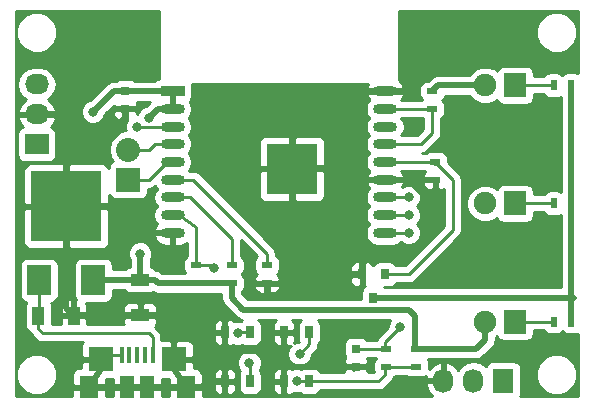
<source format=gtl>
G04 #@! TF.FileFunction,Copper,L1,Top,Signal*
%FSLAX46Y46*%
G04 Gerber Fmt 4.6, Leading zero omitted, Abs format (unit mm)*
G04 Created by KiCad (PCBNEW 4.0.1-stable) date 2017/01/05 22:21:53*
%MOMM*%
G01*
G04 APERTURE LIST*
%ADD10C,0.100000*%
%ADD11R,0.650000X1.050000*%
%ADD12O,2.000000X0.900000*%
%ADD13R,2.000000X0.900000*%
%ADD14R,4.300000X4.300000*%
%ADD15R,1.900000X2.000000*%
%ADD16C,1.900000*%
%ADD17R,1.000000X1.600000*%
%ADD18R,1.600000X1.000000*%
%ADD19R,0.750000X0.800000*%
%ADD20R,0.800000X0.900000*%
%ADD21R,0.900000X0.500000*%
%ADD22R,0.500000X0.900000*%
%ADD23R,1.600000X1.900000*%
%ADD24R,2.100000X2.000000*%
%ADD25R,0.400000X1.350000*%
%ADD26R,1.200000X1.900000*%
%ADD27R,2.000000X2.500000*%
%ADD28R,6.000000X6.000000*%
%ADD29R,1.727200X2.032000*%
%ADD30O,1.727200X2.032000*%
%ADD31R,2.032000X2.032000*%
%ADD32O,2.032000X2.032000*%
%ADD33R,2.032000X1.727200*%
%ADD34O,2.032000X1.727200*%
%ADD35C,0.800000*%
%ADD36C,0.250000*%
%ADD37C,0.500000*%
%ADD38C,0.254000*%
G04 APERTURE END LIST*
D10*
D11*
X150425000Y-101075000D03*
X152575000Y-101075000D03*
X150425000Y-96925000D03*
X152575000Y-96925000D03*
D12*
X164000000Y-88500000D03*
X146000000Y-88500000D03*
D13*
X146000000Y-76500000D03*
D12*
X146000000Y-78000000D03*
X146000000Y-79500000D03*
X146000000Y-81000000D03*
X146000000Y-82500000D03*
X146000000Y-84000000D03*
X146000000Y-85500000D03*
X146000000Y-87000000D03*
X164000000Y-87000000D03*
X164000000Y-85500000D03*
X164000000Y-84000000D03*
X164000000Y-82500000D03*
X164000000Y-81000000D03*
X164000000Y-79500000D03*
X164000000Y-78000000D03*
X164000000Y-76500000D03*
D14*
X156120000Y-83080000D03*
D15*
X175000000Y-96000000D03*
D16*
X172460000Y-96000000D03*
D11*
X155425000Y-101075000D03*
X157575000Y-101075000D03*
X155425000Y-96925000D03*
X157575000Y-96925000D03*
D15*
X175000000Y-76000000D03*
D16*
X172460000Y-76000000D03*
D17*
X134644000Y-95504000D03*
X137644000Y-95504000D03*
D18*
X143256000Y-92480000D03*
X143256000Y-95480000D03*
D19*
X142000000Y-76500000D03*
X142000000Y-78000000D03*
X161544000Y-98326000D03*
X161544000Y-99826000D03*
D15*
X175000000Y-86000000D03*
D16*
X172460000Y-86000000D03*
D20*
X163950000Y-92000000D03*
X162050000Y-92000000D03*
X163000000Y-94000000D03*
D21*
X148000000Y-92750000D03*
X148000000Y-91250000D03*
X151000000Y-92750000D03*
X151000000Y-91250000D03*
X154000000Y-91250000D03*
X154000000Y-92750000D03*
X164084000Y-99826000D03*
X164084000Y-98326000D03*
X166624000Y-98326000D03*
X166624000Y-99826000D03*
X168000000Y-76500000D03*
X168000000Y-78000000D03*
X168250000Y-82500000D03*
X168250000Y-84000000D03*
D22*
X178250000Y-76000000D03*
X179750000Y-76000000D03*
X178250000Y-86000000D03*
X179750000Y-86000000D03*
X178250000Y-96000000D03*
X179750000Y-96000000D03*
D23*
X138900000Y-101550000D03*
X147100000Y-101550000D03*
D24*
X139900000Y-99200000D03*
X146100000Y-99200000D03*
D25*
X144300000Y-98875000D03*
X141700000Y-98875000D03*
X142350000Y-98875000D03*
X143000000Y-98875000D03*
X143650000Y-98875000D03*
D26*
X143850000Y-101550000D03*
X142150000Y-101550000D03*
D27*
X134700000Y-92500000D03*
X139300000Y-92500000D03*
D28*
X137000000Y-86250000D03*
D29*
X174000000Y-101000000D03*
D30*
X171460000Y-101000000D03*
X168920000Y-101000000D03*
D31*
X142250000Y-84000000D03*
D32*
X142250000Y-81460000D03*
D33*
X134500000Y-81000000D03*
D34*
X134500000Y-78460000D03*
X134500000Y-75920000D03*
D35*
X162750000Y-100000000D03*
X167250000Y-92500000D03*
X165250000Y-90500000D03*
X159000000Y-90750000D03*
X159000000Y-96500000D03*
X146500000Y-94250000D03*
X137000000Y-91500000D03*
X133500000Y-97500000D03*
X166500000Y-79500000D03*
X177500000Y-90500000D03*
X177500000Y-80500000D03*
X170000000Y-80500000D03*
X170000000Y-74000000D03*
X168000000Y-86000000D03*
X151500000Y-83000000D03*
X140000000Y-72000000D03*
X156000000Y-78000000D03*
X139250000Y-78250000D03*
X144000000Y-78750000D03*
X143250000Y-90250000D03*
X165250000Y-96500000D03*
X166000000Y-88500000D03*
X166000000Y-85500000D03*
X166000000Y-87000000D03*
X151500000Y-97000000D03*
X152500000Y-99500000D03*
X149500000Y-91500000D03*
X156500000Y-101000000D03*
X156750000Y-98750000D03*
X143000000Y-79500000D03*
D36*
X144300000Y-98875000D02*
X144300000Y-97300000D01*
X134644000Y-96644000D02*
X134644000Y-95504000D01*
X135000000Y-97000000D02*
X134644000Y-96644000D01*
X144000000Y-97000000D02*
X135000000Y-97000000D01*
X144300000Y-97300000D02*
X144000000Y-97000000D01*
X134700000Y-92500000D02*
X134700000Y-95448000D01*
X134700000Y-95448000D02*
X134644000Y-95504000D01*
D37*
X162576000Y-99826000D02*
X161544000Y-99826000D01*
X162750000Y-100000000D02*
X162576000Y-99826000D01*
X155425000Y-96925000D02*
X155425000Y-101075000D01*
X150425000Y-96925000D02*
X150425000Y-101075000D01*
X162050000Y-90500000D02*
X165250000Y-90500000D01*
X156120000Y-87870000D02*
X159000000Y-90750000D01*
X156120000Y-83080000D02*
X156120000Y-87870000D01*
X159000000Y-96500000D02*
X159000000Y-99826000D01*
X154000000Y-92750000D02*
X154000000Y-93500000D01*
X157250000Y-92000000D02*
X162050000Y-92000000D01*
X155500000Y-93750000D02*
X157250000Y-92000000D01*
X154250000Y-93750000D02*
X155500000Y-93750000D01*
X154000000Y-93500000D02*
X154250000Y-93750000D01*
X134500000Y-78460000D02*
X137000000Y-78460000D01*
X137000000Y-78460000D02*
X137000000Y-78500000D01*
X142000000Y-78000000D02*
X142000000Y-78750000D01*
X141250000Y-79500000D02*
X137000000Y-79500000D01*
X142000000Y-78750000D02*
X141250000Y-79500000D01*
X144875000Y-95875000D02*
X146500000Y-94250000D01*
X164000000Y-76500000D02*
X166000000Y-76500000D01*
X170000000Y-80500000D02*
X177500000Y-80500000D01*
X168500000Y-74000000D02*
X170000000Y-74000000D01*
X166000000Y-76500000D02*
X168500000Y-74000000D01*
D36*
X141700000Y-98875000D02*
X140225000Y-98875000D01*
X140225000Y-98875000D02*
X139900000Y-99200000D01*
D37*
X161544000Y-99826000D02*
X160000000Y-99826000D01*
X160000000Y-99826000D02*
X159000000Y-99826000D01*
X159000000Y-99826000D02*
X157000000Y-99826000D01*
X155500000Y-100000000D02*
X155425000Y-100000000D01*
X155500000Y-99901000D02*
X155500000Y-100000000D01*
X155425000Y-99826000D02*
X155500000Y-99901000D01*
X157000000Y-99826000D02*
X155425000Y-99826000D01*
X150425000Y-101075000D02*
X150425000Y-99575000D01*
X150425000Y-99575000D02*
X151500000Y-98500000D01*
X151500000Y-98500000D02*
X154500000Y-98500000D01*
X154500000Y-98500000D02*
X155425000Y-99425000D01*
X155425000Y-99425000D02*
X155425000Y-100000000D01*
X155425000Y-100000000D02*
X155425000Y-101075000D01*
X140225000Y-98875000D02*
X139900000Y-99200000D01*
X143256000Y-95480000D02*
X144480000Y-95480000D01*
X146100000Y-97100000D02*
X146100000Y-99200000D01*
X144480000Y-95480000D02*
X144875000Y-95875000D01*
X144875000Y-95875000D02*
X146100000Y-97100000D01*
X161370000Y-100000000D02*
X161544000Y-99826000D01*
X147100000Y-101550000D02*
X148450000Y-101550000D01*
X148925000Y-101075000D02*
X150425000Y-101075000D01*
X148450000Y-101550000D02*
X148925000Y-101075000D01*
X139900000Y-99200000D02*
X139900000Y-100050000D01*
X139900000Y-100050000D02*
X138900000Y-101550000D01*
X138900000Y-101550000D02*
X142150000Y-101550000D01*
X142150000Y-101550000D02*
X143850000Y-101550000D01*
X143850000Y-101550000D02*
X147100000Y-101550000D01*
X147100000Y-101550000D02*
X146100000Y-100050000D01*
X146100000Y-100050000D02*
X146100000Y-99200000D01*
X166500000Y-84000000D02*
X166500000Y-84500000D01*
X166500000Y-84500000D02*
X168000000Y-86000000D01*
X156120000Y-83080000D02*
X151580000Y-83080000D01*
X151580000Y-83080000D02*
X151500000Y-83000000D01*
X161500000Y-99870000D02*
X161544000Y-99826000D01*
X164000000Y-76500000D02*
X159000000Y-76500000D01*
X156120000Y-79380000D02*
X156120000Y-83080000D01*
X159000000Y-76500000D02*
X156120000Y-79380000D01*
X168250000Y-84000000D02*
X166500000Y-84000000D01*
X166500000Y-84000000D02*
X164000000Y-84000000D01*
X162050000Y-92000000D02*
X162050000Y-90500000D01*
X162050000Y-90500000D02*
X162050000Y-90250000D01*
X162050000Y-90250000D02*
X162050000Y-84000000D01*
X162050000Y-84000000D02*
X162000000Y-84000000D01*
X164000000Y-84000000D02*
X162000000Y-84000000D01*
X162000000Y-84000000D02*
X160750000Y-84000000D01*
X160750000Y-84000000D02*
X159750000Y-83000000D01*
X159750000Y-83000000D02*
X156200000Y-83000000D01*
X156200000Y-83000000D02*
X156120000Y-83080000D01*
X146000000Y-88500000D02*
X143000000Y-88500000D01*
X140750000Y-86250000D02*
X137000000Y-86250000D01*
X142250000Y-87750000D02*
X140750000Y-86250000D01*
X143000000Y-88500000D02*
X142250000Y-87750000D01*
X138750000Y-88000000D02*
X137000000Y-86250000D01*
X137000000Y-86250000D02*
X137000000Y-91500000D01*
X137000000Y-91500000D02*
X137000000Y-94860000D01*
X137000000Y-94860000D02*
X137644000Y-95504000D01*
X137000000Y-82750000D02*
X137000000Y-81500000D01*
X137000000Y-81500000D02*
X137000000Y-80100000D01*
X137000000Y-80100000D02*
X137000000Y-79500000D01*
X137000000Y-79500000D02*
X137000000Y-78500000D01*
X137000000Y-78500000D02*
X137000000Y-75000000D01*
X137000000Y-75000000D02*
X140000000Y-72000000D01*
X137000000Y-86250000D02*
X137000000Y-82750000D01*
X137000000Y-86250000D02*
X137000000Y-84418800D01*
X143256000Y-95480000D02*
X137668000Y-95480000D01*
X137668000Y-95480000D02*
X137644000Y-95504000D01*
X143100000Y-95636000D02*
X143256000Y-95480000D01*
X156120000Y-83080000D02*
X156120000Y-78120000D01*
X156120000Y-78120000D02*
X156000000Y-78000000D01*
X164086000Y-84000000D02*
X164000000Y-84000000D01*
X142000000Y-76500000D02*
X141000000Y-76500000D01*
X141000000Y-76500000D02*
X139250000Y-78250000D01*
X151000000Y-92750000D02*
X151000000Y-94000000D01*
X166500000Y-95500000D02*
X166500000Y-98202000D01*
X166000000Y-95000000D02*
X166500000Y-95500000D01*
X152000000Y-95000000D02*
X166000000Y-95000000D01*
X151000000Y-94000000D02*
X152000000Y-95000000D01*
X166500000Y-98202000D02*
X166624000Y-98326000D01*
X151000000Y-92750000D02*
X148000000Y-92750000D01*
X166624000Y-98326000D02*
X171674000Y-98326000D01*
X172460000Y-97540000D02*
X172460000Y-96000000D01*
X171674000Y-98326000D02*
X172460000Y-97540000D01*
X143256000Y-92480000D02*
X143256000Y-90256000D01*
X144750000Y-78000000D02*
X146000000Y-78000000D01*
X144000000Y-78750000D02*
X144750000Y-78000000D01*
X143256000Y-90256000D02*
X143250000Y-90250000D01*
X172460000Y-76000000D02*
X168500000Y-76000000D01*
X168500000Y-76000000D02*
X168000000Y-76500000D01*
X146000000Y-76500000D02*
X142000000Y-76500000D01*
X143256000Y-92480000D02*
X139320000Y-92480000D01*
X139320000Y-92480000D02*
X139300000Y-92500000D01*
X146000000Y-76500000D02*
X146000000Y-78000000D01*
X143256000Y-92480000D02*
X144506300Y-92480000D01*
X146000000Y-76500000D02*
X145274900Y-76500000D01*
X144776300Y-92750000D02*
X148000000Y-92750000D01*
X144506300Y-92480000D02*
X144776300Y-92750000D01*
D36*
X164000000Y-88500000D02*
X166000000Y-88500000D01*
X164000000Y-97750000D02*
X164000000Y-98242000D01*
X164500000Y-97250000D02*
X164000000Y-97750000D01*
X165250000Y-96500000D02*
X164500000Y-97250000D01*
X164000000Y-98242000D02*
X164084000Y-98326000D01*
X164084000Y-98326000D02*
X162244500Y-98326000D01*
X162244500Y-98326000D02*
X161544000Y-98326000D01*
X178250000Y-76000000D02*
X175000000Y-76000000D01*
X178250000Y-86000000D02*
X175000000Y-86000000D01*
X178250000Y-96000000D02*
X175000000Y-96000000D01*
X146000000Y-82500000D02*
X145500000Y-82500000D01*
X145500000Y-82500000D02*
X144000000Y-84000000D01*
X144000000Y-84000000D02*
X142250000Y-84000000D01*
X146000000Y-81000000D02*
X144500000Y-81000000D01*
X144040000Y-81460000D02*
X142250000Y-81460000D01*
X144500000Y-81000000D02*
X144040000Y-81460000D01*
X164000000Y-85500000D02*
X166000000Y-85500000D01*
X164000000Y-87000000D02*
X166000000Y-87000000D01*
X163950000Y-92000000D02*
X166000000Y-92000000D01*
X169750000Y-84000000D02*
X168250000Y-82500000D01*
X169750000Y-88250000D02*
X169750000Y-84000000D01*
X166000000Y-92000000D02*
X169750000Y-88250000D01*
X164000000Y-82500000D02*
X168250000Y-82500000D01*
X168148000Y-82629300D02*
X168435600Y-82629300D01*
X168250000Y-82500000D02*
X168148000Y-82629300D01*
D37*
X163000000Y-94000000D02*
X179750000Y-94000000D01*
X179750000Y-94000000D02*
X180000000Y-94000000D01*
X180000000Y-94000000D02*
X179750000Y-94000000D01*
X179750000Y-96000000D02*
X179750000Y-94000000D01*
X179750000Y-94000000D02*
X179750000Y-86000000D01*
X179750000Y-86000000D02*
X179750000Y-76000000D01*
D36*
X151575000Y-96925000D02*
X152575000Y-96925000D01*
X151500000Y-97000000D02*
X151575000Y-96925000D01*
X148000000Y-91250000D02*
X149250000Y-91250000D01*
X152575000Y-99575000D02*
X152575000Y-101075000D01*
X152500000Y-99500000D02*
X152575000Y-99575000D01*
X149250000Y-91250000D02*
X149500000Y-91500000D01*
X148000000Y-91000000D02*
X148000000Y-91250000D01*
X146000000Y-87000000D02*
X146500000Y-87000000D01*
X146500000Y-87000000D02*
X148000000Y-88000000D01*
X148000000Y-88000000D02*
X148000000Y-91250000D01*
X146000000Y-85500000D02*
X147500000Y-85500000D01*
X151000000Y-89000000D02*
X151000000Y-91250000D01*
X147500000Y-85500000D02*
X151000000Y-89000000D01*
X146000000Y-84000000D02*
X147750000Y-84000000D01*
X154000000Y-90250000D02*
X154000000Y-91250000D01*
X147750000Y-84000000D02*
X154000000Y-90250000D01*
X157575000Y-96925000D02*
X157575000Y-97925000D01*
X156575000Y-101075000D02*
X157575000Y-101075000D01*
X156500000Y-101000000D02*
X156575000Y-101075000D01*
X157575000Y-97925000D02*
X156750000Y-98750000D01*
X157575000Y-101075000D02*
X163425000Y-101075000D01*
X164000000Y-100500000D02*
X164000000Y-99910000D01*
X163425000Y-101075000D02*
X164000000Y-100500000D01*
X164000000Y-99910000D02*
X164084000Y-99826000D01*
X166624000Y-99826000D02*
X164084000Y-99826000D01*
X164000000Y-81000000D02*
X167000000Y-81000000D01*
X168000000Y-80000000D02*
X168000000Y-78000000D01*
X167000000Y-81000000D02*
X168000000Y-80000000D01*
X168000000Y-78000000D02*
X164000000Y-78000000D01*
X143000000Y-79500000D02*
X146000000Y-79500000D01*
D38*
G36*
X144873000Y-75426457D02*
X144764683Y-75446838D01*
X144548559Y-75585910D01*
X144528683Y-75615000D01*
X142789975Y-75615000D01*
X142626890Y-75503569D01*
X142375000Y-75452560D01*
X141625000Y-75452560D01*
X141389683Y-75496838D01*
X141206054Y-75615000D01*
X141000005Y-75615000D01*
X141000000Y-75614999D01*
X140717516Y-75671190D01*
X140661325Y-75682367D01*
X140374210Y-75874210D01*
X140374208Y-75874213D01*
X139025551Y-77222869D01*
X138664485Y-77372058D01*
X138373081Y-77662954D01*
X138215180Y-78043223D01*
X138214821Y-78454971D01*
X138372058Y-78835515D01*
X138662954Y-79126919D01*
X139043223Y-79284820D01*
X139454971Y-79285179D01*
X139835515Y-79127942D01*
X140126919Y-78837046D01*
X140277731Y-78473848D01*
X140465829Y-78285750D01*
X140990000Y-78285750D01*
X140990000Y-78526309D01*
X141086673Y-78759698D01*
X141265301Y-78938327D01*
X141498690Y-79035000D01*
X141714250Y-79035000D01*
X141873000Y-78876250D01*
X141873000Y-78127000D01*
X141148750Y-78127000D01*
X140990000Y-78285750D01*
X140465829Y-78285750D01*
X141013665Y-77737915D01*
X141148750Y-77873000D01*
X141873000Y-77873000D01*
X141873000Y-77853000D01*
X142127000Y-77853000D01*
X142127000Y-77873000D01*
X142851250Y-77873000D01*
X143010000Y-77714250D01*
X143010000Y-77473691D01*
X142973263Y-77385000D01*
X144113421Y-77385000D01*
X143775552Y-77722869D01*
X143414485Y-77872058D01*
X143123081Y-78162954D01*
X143010000Y-78435284D01*
X143010000Y-78285750D01*
X142851250Y-78127000D01*
X142127000Y-78127000D01*
X142127000Y-78876250D01*
X142143410Y-78892660D01*
X142123081Y-78912954D01*
X141965180Y-79293223D01*
X141964821Y-79704971D01*
X142013849Y-79823628D01*
X141618190Y-79902330D01*
X141082567Y-80260222D01*
X140724675Y-80795845D01*
X140599000Y-81427655D01*
X140599000Y-81492345D01*
X140724675Y-82124155D01*
X140927004Y-82426962D01*
X140782559Y-82519910D01*
X140637569Y-82732110D01*
X140586560Y-82984000D01*
X140586560Y-83006746D01*
X140538327Y-82890301D01*
X140359698Y-82711673D01*
X140126309Y-82615000D01*
X137285750Y-82615000D01*
X137127000Y-82773750D01*
X137127000Y-86123000D01*
X140476250Y-86123000D01*
X140635000Y-85964250D01*
X140635000Y-85257785D01*
X140769910Y-85467441D01*
X140982110Y-85612431D01*
X141234000Y-85663440D01*
X143266000Y-85663440D01*
X143501317Y-85619162D01*
X143717441Y-85480090D01*
X143862431Y-85267890D01*
X143913440Y-85016000D01*
X143913440Y-84760000D01*
X144000000Y-84760000D01*
X144290839Y-84702148D01*
X144509610Y-84555970D01*
X144639257Y-84750000D01*
X144415559Y-85084788D01*
X144332968Y-85500000D01*
X144415559Y-85915212D01*
X144639257Y-86250000D01*
X144415559Y-86584788D01*
X144332968Y-87000000D01*
X144415559Y-87415212D01*
X144650757Y-87767211D01*
X144654816Y-87769923D01*
X144592987Y-87822592D01*
X144405592Y-88205999D01*
X144532498Y-88373000D01*
X145873000Y-88373000D01*
X145873000Y-88353000D01*
X146127000Y-88353000D01*
X146127000Y-88373000D01*
X146147000Y-88373000D01*
X146147000Y-88627000D01*
X146127000Y-88627000D01*
X146127000Y-89585000D01*
X146677000Y-89585000D01*
X147082544Y-89453808D01*
X147240000Y-89319679D01*
X147240000Y-90444895D01*
X147098559Y-90535910D01*
X146953569Y-90748110D01*
X146902560Y-91000000D01*
X146902560Y-91500000D01*
X146946838Y-91735317D01*
X147030287Y-91865000D01*
X145142880Y-91865000D01*
X145132090Y-91854210D01*
X145037248Y-91790839D01*
X144844975Y-91662367D01*
X144788784Y-91651190D01*
X144571143Y-91607897D01*
X144520090Y-91528559D01*
X144307890Y-91383569D01*
X144141000Y-91349773D01*
X144141000Y-90803135D01*
X144284820Y-90456777D01*
X144285179Y-90045029D01*
X144127942Y-89664485D01*
X143837046Y-89373081D01*
X143456777Y-89215180D01*
X143045029Y-89214821D01*
X142664485Y-89372058D01*
X142373081Y-89662954D01*
X142215180Y-90043223D01*
X142214821Y-90454971D01*
X142371000Y-90832954D01*
X142371000Y-91348554D01*
X142220683Y-91376838D01*
X142004559Y-91515910D01*
X141950519Y-91595000D01*
X140947440Y-91595000D01*
X140947440Y-91250000D01*
X140903162Y-91014683D01*
X140764090Y-90798559D01*
X140551890Y-90653569D01*
X140300000Y-90602560D01*
X138300000Y-90602560D01*
X138064683Y-90646838D01*
X137848559Y-90785910D01*
X137703569Y-90998110D01*
X137652560Y-91250000D01*
X137652560Y-93750000D01*
X137696838Y-93985317D01*
X137820796Y-94177954D01*
X137771000Y-94227750D01*
X137771000Y-95377000D01*
X138620250Y-95377000D01*
X138779000Y-95218250D01*
X138779000Y-94853691D01*
X141821000Y-94853691D01*
X141821000Y-95194250D01*
X141979750Y-95353000D01*
X143129000Y-95353000D01*
X143129000Y-94503750D01*
X143383000Y-94503750D01*
X143383000Y-95353000D01*
X144532250Y-95353000D01*
X144691000Y-95194250D01*
X144691000Y-94853691D01*
X144594327Y-94620302D01*
X144415699Y-94441673D01*
X144182310Y-94345000D01*
X143541750Y-94345000D01*
X143383000Y-94503750D01*
X143129000Y-94503750D01*
X142970250Y-94345000D01*
X142329690Y-94345000D01*
X142096301Y-94441673D01*
X141917673Y-94620302D01*
X141821000Y-94853691D01*
X138779000Y-94853691D01*
X138779000Y-94577690D01*
X138704338Y-94397440D01*
X140300000Y-94397440D01*
X140535317Y-94353162D01*
X140751441Y-94214090D01*
X140896431Y-94001890D01*
X140947440Y-93750000D01*
X140947440Y-93365000D01*
X141949156Y-93365000D01*
X141991910Y-93431441D01*
X142204110Y-93576431D01*
X142456000Y-93627440D01*
X144056000Y-93627440D01*
X144291317Y-93583162D01*
X144377687Y-93527584D01*
X144437625Y-93567633D01*
X144493816Y-93578810D01*
X144776300Y-93635001D01*
X144776305Y-93635000D01*
X147488569Y-93635000D01*
X147550000Y-93647440D01*
X148450000Y-93647440D01*
X148516113Y-93635000D01*
X150115000Y-93635000D01*
X150115000Y-93999995D01*
X150114999Y-94000000D01*
X150162721Y-94239910D01*
X150182367Y-94338675D01*
X150322606Y-94548559D01*
X150374210Y-94625790D01*
X151374208Y-95625787D01*
X151374210Y-95625790D01*
X151543401Y-95738839D01*
X151661326Y-95817634D01*
X151906559Y-95866414D01*
X151798559Y-95935910D01*
X151762695Y-95988399D01*
X151706777Y-95965180D01*
X151295029Y-95964821D01*
X151236875Y-95988850D01*
X151109699Y-95861673D01*
X150876310Y-95765000D01*
X150710750Y-95765000D01*
X150552000Y-95923750D01*
X150552000Y-96584137D01*
X150465180Y-96793223D01*
X150464821Y-97204971D01*
X150552000Y-97415961D01*
X150552000Y-97926250D01*
X150710750Y-98085000D01*
X150876310Y-98085000D01*
X151109699Y-97988327D01*
X151130694Y-97967332D01*
X151293223Y-98034820D01*
X151704971Y-98035179D01*
X151877381Y-97963941D01*
X151998110Y-98046431D01*
X152250000Y-98097440D01*
X152900000Y-98097440D01*
X153135317Y-98053162D01*
X153351441Y-97914090D01*
X153496431Y-97701890D01*
X153547440Y-97450000D01*
X153547440Y-97210750D01*
X154465000Y-97210750D01*
X154465000Y-97576309D01*
X154561673Y-97809698D01*
X154740301Y-97988327D01*
X154973690Y-98085000D01*
X155139250Y-98085000D01*
X155298000Y-97926250D01*
X155298000Y-97052000D01*
X154623750Y-97052000D01*
X154465000Y-97210750D01*
X153547440Y-97210750D01*
X153547440Y-96400000D01*
X153503162Y-96164683D01*
X153364090Y-95948559D01*
X153271068Y-95885000D01*
X154716974Y-95885000D01*
X154561673Y-96040302D01*
X154465000Y-96273691D01*
X154465000Y-96639250D01*
X154623750Y-96798000D01*
X155298000Y-96798000D01*
X155298000Y-96778000D01*
X155552000Y-96778000D01*
X155552000Y-96798000D01*
X156226250Y-96798000D01*
X156385000Y-96639250D01*
X156385000Y-96273691D01*
X156288327Y-96040302D01*
X156133026Y-95885000D01*
X156877675Y-95885000D01*
X156798559Y-95935910D01*
X156653569Y-96148110D01*
X156602560Y-96400000D01*
X156602560Y-97450000D01*
X156646838Y-97685317D01*
X156665891Y-97714926D01*
X156545029Y-97714821D01*
X156269258Y-97828767D01*
X156288327Y-97809698D01*
X156385000Y-97576309D01*
X156385000Y-97210750D01*
X156226250Y-97052000D01*
X155552000Y-97052000D01*
X155552000Y-97926250D01*
X155710750Y-98085000D01*
X155876310Y-98085000D01*
X156004264Y-98032000D01*
X155873081Y-98162954D01*
X155715180Y-98543223D01*
X155714821Y-98954971D01*
X155872058Y-99335515D01*
X156162954Y-99626919D01*
X156543223Y-99784820D01*
X156954971Y-99785179D01*
X157335515Y-99627942D01*
X157626919Y-99337046D01*
X157784820Y-98956777D01*
X157784966Y-98789836D01*
X158112401Y-98462401D01*
X158277148Y-98215840D01*
X158335000Y-97925000D01*
X158335000Y-97924669D01*
X158351441Y-97914090D01*
X158496431Y-97701890D01*
X158547440Y-97450000D01*
X158547440Y-96400000D01*
X158503162Y-96164683D01*
X158364090Y-95948559D01*
X158271068Y-95885000D01*
X164401084Y-95885000D01*
X164373081Y-95912954D01*
X164215180Y-96293223D01*
X164215034Y-96460164D01*
X163462599Y-97212599D01*
X163297852Y-97459161D01*
X163279932Y-97549252D01*
X163253905Y-97566000D01*
X162441931Y-97566000D01*
X162383090Y-97474559D01*
X162170890Y-97329569D01*
X161919000Y-97278560D01*
X161169000Y-97278560D01*
X160933683Y-97322838D01*
X160717559Y-97461910D01*
X160572569Y-97674110D01*
X160521560Y-97926000D01*
X160521560Y-98726000D01*
X160565838Y-98961317D01*
X160632329Y-99064646D01*
X160630673Y-99066302D01*
X160534000Y-99299691D01*
X160534000Y-99540250D01*
X160692750Y-99699000D01*
X161417000Y-99699000D01*
X161417000Y-99679000D01*
X161671000Y-99679000D01*
X161671000Y-99699000D01*
X162395250Y-99699000D01*
X162554000Y-99540250D01*
X162554000Y-99299691D01*
X162465486Y-99086000D01*
X163222824Y-99086000D01*
X163182559Y-99111910D01*
X163037569Y-99324110D01*
X162986560Y-99576000D01*
X162986560Y-100076000D01*
X163030838Y-100311317D01*
X163033208Y-100315000D01*
X162554000Y-100315000D01*
X162554000Y-100111750D01*
X162395250Y-99953000D01*
X161671000Y-99953000D01*
X161671000Y-99973000D01*
X161417000Y-99973000D01*
X161417000Y-99953000D01*
X160692750Y-99953000D01*
X160534000Y-100111750D01*
X160534000Y-100315000D01*
X158503222Y-100315000D01*
X158503162Y-100314683D01*
X158364090Y-100098559D01*
X158151890Y-99953569D01*
X157900000Y-99902560D01*
X157250000Y-99902560D01*
X157014683Y-99946838D01*
X156876596Y-100035695D01*
X156706777Y-99965180D01*
X156295029Y-99964821D01*
X156130733Y-100032707D01*
X156109699Y-100011673D01*
X155876310Y-99915000D01*
X155710750Y-99915000D01*
X155552000Y-100073750D01*
X155552000Y-100584137D01*
X155465180Y-100793223D01*
X155464821Y-101204971D01*
X155552000Y-101415961D01*
X155552000Y-102076250D01*
X155710750Y-102235000D01*
X155876310Y-102235000D01*
X156109699Y-102138327D01*
X156236683Y-102011343D01*
X156293223Y-102034820D01*
X156704971Y-102035179D01*
X156760643Y-102012176D01*
X156785910Y-102051441D01*
X156998110Y-102196431D01*
X157250000Y-102247440D01*
X157900000Y-102247440D01*
X158135317Y-102203162D01*
X158351441Y-102064090D01*
X158496431Y-101851890D01*
X158499851Y-101835000D01*
X163425000Y-101835000D01*
X163715839Y-101777148D01*
X163962401Y-101612401D01*
X164537401Y-101037401D01*
X164702148Y-100790839D01*
X164722614Y-100687950D01*
X164769317Y-100679162D01*
X164914095Y-100586000D01*
X165795614Y-100586000D01*
X165922110Y-100672431D01*
X166174000Y-100723440D01*
X167074000Y-100723440D01*
X167309317Y-100679162D01*
X167452728Y-100586879D01*
X167434816Y-100638087D01*
X167579076Y-100873000D01*
X168793000Y-100873000D01*
X168793000Y-99513783D01*
X168560974Y-99392642D01*
X168545209Y-99395291D01*
X168017964Y-99649268D01*
X167721440Y-99981150D01*
X167721440Y-99576000D01*
X167677162Y-99340683D01*
X167593713Y-99211000D01*
X171673995Y-99211000D01*
X171674000Y-99211001D01*
X171980666Y-99150000D01*
X172012675Y-99143633D01*
X172299790Y-98951790D01*
X172299791Y-98951789D01*
X173085787Y-98165792D01*
X173085790Y-98165790D01*
X173277633Y-97878675D01*
X173308450Y-97723750D01*
X173345001Y-97540000D01*
X173345000Y-97539995D01*
X173345000Y-97349298D01*
X173356657Y-97344481D01*
X173454337Y-97246971D01*
X173585910Y-97451441D01*
X173798110Y-97596431D01*
X174050000Y-97647440D01*
X175950000Y-97647440D01*
X176185317Y-97603162D01*
X176401441Y-97464090D01*
X176546431Y-97251890D01*
X176597440Y-97000000D01*
X176597440Y-96760000D01*
X177444895Y-96760000D01*
X177535910Y-96901441D01*
X177748110Y-97046431D01*
X178000000Y-97097440D01*
X178500000Y-97097440D01*
X178735317Y-97053162D01*
X178951441Y-96914090D01*
X178999134Y-96844289D01*
X179035910Y-96901441D01*
X179248110Y-97046431D01*
X179500000Y-97097440D01*
X180000000Y-97097440D01*
X180235317Y-97053162D01*
X180290000Y-97017974D01*
X180290000Y-102290000D01*
X175444924Y-102290000D01*
X175460031Y-102267890D01*
X175511040Y-102016000D01*
X175511040Y-100843599D01*
X176764699Y-100843599D01*
X177028281Y-101481515D01*
X177515918Y-101970004D01*
X178153373Y-102234699D01*
X178843599Y-102235301D01*
X179481515Y-101971719D01*
X179970004Y-101484082D01*
X180234699Y-100846627D01*
X180235301Y-100156401D01*
X179971719Y-99518485D01*
X179484082Y-99029996D01*
X178846627Y-98765301D01*
X178156401Y-98764699D01*
X177518485Y-99028281D01*
X177029996Y-99515918D01*
X176765301Y-100153373D01*
X176764699Y-100843599D01*
X175511040Y-100843599D01*
X175511040Y-99984000D01*
X175466762Y-99748683D01*
X175327690Y-99532559D01*
X175115490Y-99387569D01*
X174863600Y-99336560D01*
X173136400Y-99336560D01*
X172901083Y-99380838D01*
X172684959Y-99519910D01*
X172539969Y-99732110D01*
X172531600Y-99773439D01*
X172519670Y-99755585D01*
X172033489Y-99430729D01*
X171460000Y-99316655D01*
X170886511Y-99430729D01*
X170400330Y-99755585D01*
X170193539Y-100065069D01*
X169822036Y-99649268D01*
X169294791Y-99395291D01*
X169279026Y-99392642D01*
X169047000Y-99513783D01*
X169047000Y-100873000D01*
X169067000Y-100873000D01*
X169067000Y-101127000D01*
X169047000Y-101127000D01*
X169047000Y-101147000D01*
X168793000Y-101147000D01*
X168793000Y-101127000D01*
X167579076Y-101127000D01*
X167434816Y-101361913D01*
X167628046Y-101914320D01*
X167963702Y-102290000D01*
X148535000Y-102290000D01*
X148535000Y-101835750D01*
X148376250Y-101677000D01*
X147227000Y-101677000D01*
X147227000Y-101697000D01*
X146973000Y-101697000D01*
X146973000Y-101677000D01*
X145823750Y-101677000D01*
X145665000Y-101835750D01*
X145665000Y-102290000D01*
X145085000Y-102290000D01*
X145085000Y-101835750D01*
X144926250Y-101677000D01*
X143977000Y-101677000D01*
X143977000Y-101697000D01*
X143723000Y-101697000D01*
X143723000Y-101677000D01*
X142277000Y-101677000D01*
X142277000Y-101697000D01*
X142023000Y-101697000D01*
X142023000Y-101677000D01*
X141073750Y-101677000D01*
X140915000Y-101835750D01*
X140915000Y-102290000D01*
X140335000Y-102290000D01*
X140335000Y-101835750D01*
X140176250Y-101677000D01*
X139027000Y-101677000D01*
X139027000Y-101697000D01*
X138773000Y-101697000D01*
X138773000Y-101677000D01*
X137623750Y-101677000D01*
X137465000Y-101835750D01*
X137465000Y-102290000D01*
X132710000Y-102290000D01*
X132710000Y-100843599D01*
X132764699Y-100843599D01*
X133028281Y-101481515D01*
X133515918Y-101970004D01*
X134153373Y-102234699D01*
X134843599Y-102235301D01*
X135481515Y-101971719D01*
X135970004Y-101484082D01*
X136234699Y-100846627D01*
X136235301Y-100156401D01*
X135971719Y-99518485D01*
X135484082Y-99029996D01*
X134846627Y-98765301D01*
X134156401Y-98764699D01*
X133518485Y-99028281D01*
X133029996Y-99515918D01*
X132765301Y-100153373D01*
X132764699Y-100843599D01*
X132710000Y-100843599D01*
X132710000Y-91250000D01*
X133052560Y-91250000D01*
X133052560Y-93750000D01*
X133096838Y-93985317D01*
X133235910Y-94201441D01*
X133448110Y-94346431D01*
X133598911Y-94376969D01*
X133547569Y-94452110D01*
X133496560Y-94704000D01*
X133496560Y-96304000D01*
X133540838Y-96539317D01*
X133679910Y-96755441D01*
X133892110Y-96900431D01*
X133936808Y-96909483D01*
X133941852Y-96934839D01*
X134106599Y-97181401D01*
X134462599Y-97537401D01*
X134709161Y-97702148D01*
X135000000Y-97760000D01*
X138391974Y-97760000D01*
X138311673Y-97840301D01*
X138215000Y-98073690D01*
X138215000Y-98914250D01*
X138373750Y-99073000D01*
X139773000Y-99073000D01*
X139773000Y-99053000D01*
X140027000Y-99053000D01*
X140027000Y-99073000D01*
X140047000Y-99073000D01*
X140047000Y-99327000D01*
X140027000Y-99327000D01*
X140027000Y-99347000D01*
X139773000Y-99347000D01*
X139773000Y-99327000D01*
X138373750Y-99327000D01*
X138215000Y-99485750D01*
X138215000Y-99965000D01*
X137973691Y-99965000D01*
X137740302Y-100061673D01*
X137561673Y-100240301D01*
X137465000Y-100473690D01*
X137465000Y-101264250D01*
X137623750Y-101423000D01*
X138773000Y-101423000D01*
X138773000Y-101403000D01*
X139027000Y-101403000D01*
X139027000Y-101423000D01*
X140176250Y-101423000D01*
X140335000Y-101264250D01*
X140335000Y-100835000D01*
X140915000Y-100835000D01*
X140915000Y-101264250D01*
X141073750Y-101423000D01*
X142023000Y-101423000D01*
X142023000Y-101403000D01*
X142277000Y-101403000D01*
X142277000Y-101423000D01*
X143723000Y-101423000D01*
X143723000Y-101403000D01*
X143977000Y-101403000D01*
X143977000Y-101423000D01*
X144926250Y-101423000D01*
X145085000Y-101264250D01*
X145085000Y-100835000D01*
X145665000Y-100835000D01*
X145665000Y-101264250D01*
X145823750Y-101423000D01*
X146973000Y-101423000D01*
X146973000Y-101403000D01*
X147227000Y-101403000D01*
X147227000Y-101423000D01*
X148376250Y-101423000D01*
X148438500Y-101360750D01*
X149465000Y-101360750D01*
X149465000Y-101726309D01*
X149561673Y-101959698D01*
X149740301Y-102138327D01*
X149973690Y-102235000D01*
X150139250Y-102235000D01*
X150298000Y-102076250D01*
X150298000Y-101202000D01*
X150552000Y-101202000D01*
X150552000Y-102076250D01*
X150710750Y-102235000D01*
X150876310Y-102235000D01*
X151109699Y-102138327D01*
X151288327Y-101959698D01*
X151385000Y-101726309D01*
X151385000Y-101360750D01*
X151226250Y-101202000D01*
X150552000Y-101202000D01*
X150298000Y-101202000D01*
X149623750Y-101202000D01*
X149465000Y-101360750D01*
X148438500Y-101360750D01*
X148535000Y-101264250D01*
X148535000Y-100473690D01*
X148514290Y-100423691D01*
X149465000Y-100423691D01*
X149465000Y-100789250D01*
X149623750Y-100948000D01*
X150298000Y-100948000D01*
X150298000Y-100073750D01*
X150552000Y-100073750D01*
X150552000Y-100948000D01*
X151226250Y-100948000D01*
X151385000Y-100789250D01*
X151385000Y-100423691D01*
X151288327Y-100190302D01*
X151109699Y-100011673D01*
X150876310Y-99915000D01*
X150710750Y-99915000D01*
X150552000Y-100073750D01*
X150298000Y-100073750D01*
X150139250Y-99915000D01*
X149973690Y-99915000D01*
X149740301Y-100011673D01*
X149561673Y-100190302D01*
X149465000Y-100423691D01*
X148514290Y-100423691D01*
X148438327Y-100240301D01*
X148259698Y-100061673D01*
X148026309Y-99965000D01*
X147785000Y-99965000D01*
X147785000Y-99704971D01*
X151464821Y-99704971D01*
X151622058Y-100085515D01*
X151727000Y-100190640D01*
X151653569Y-100298110D01*
X151602560Y-100550000D01*
X151602560Y-101600000D01*
X151646838Y-101835317D01*
X151785910Y-102051441D01*
X151998110Y-102196431D01*
X152250000Y-102247440D01*
X152900000Y-102247440D01*
X153135317Y-102203162D01*
X153351441Y-102064090D01*
X153496431Y-101851890D01*
X153547440Y-101600000D01*
X153547440Y-101360750D01*
X154465000Y-101360750D01*
X154465000Y-101726309D01*
X154561673Y-101959698D01*
X154740301Y-102138327D01*
X154973690Y-102235000D01*
X155139250Y-102235000D01*
X155298000Y-102076250D01*
X155298000Y-101202000D01*
X154623750Y-101202000D01*
X154465000Y-101360750D01*
X153547440Y-101360750D01*
X153547440Y-100550000D01*
X153523674Y-100423691D01*
X154465000Y-100423691D01*
X154465000Y-100789250D01*
X154623750Y-100948000D01*
X155298000Y-100948000D01*
X155298000Y-100073750D01*
X155139250Y-99915000D01*
X154973690Y-99915000D01*
X154740301Y-100011673D01*
X154561673Y-100190302D01*
X154465000Y-100423691D01*
X153523674Y-100423691D01*
X153503162Y-100314683D01*
X153364597Y-100099347D01*
X153376919Y-100087046D01*
X153534820Y-99706777D01*
X153535179Y-99295029D01*
X153377942Y-98914485D01*
X153087046Y-98623081D01*
X152706777Y-98465180D01*
X152295029Y-98464821D01*
X151914485Y-98622058D01*
X151623081Y-98912954D01*
X151465180Y-99293223D01*
X151464821Y-99704971D01*
X147785000Y-99704971D01*
X147785000Y-99485750D01*
X147626250Y-99327000D01*
X146227000Y-99327000D01*
X146227000Y-99347000D01*
X145973000Y-99347000D01*
X145973000Y-99327000D01*
X145953000Y-99327000D01*
X145953000Y-99073000D01*
X145973000Y-99073000D01*
X145973000Y-97723750D01*
X146227000Y-97723750D01*
X146227000Y-99073000D01*
X147626250Y-99073000D01*
X147785000Y-98914250D01*
X147785000Y-98073690D01*
X147688327Y-97840301D01*
X147509698Y-97661673D01*
X147276309Y-97565000D01*
X146385750Y-97565000D01*
X146227000Y-97723750D01*
X145973000Y-97723750D01*
X145814250Y-97565000D01*
X145060000Y-97565000D01*
X145060000Y-97300000D01*
X145042247Y-97210750D01*
X149465000Y-97210750D01*
X149465000Y-97576309D01*
X149561673Y-97809698D01*
X149740301Y-97988327D01*
X149973690Y-98085000D01*
X150139250Y-98085000D01*
X150298000Y-97926250D01*
X150298000Y-97052000D01*
X149623750Y-97052000D01*
X149465000Y-97210750D01*
X145042247Y-97210750D01*
X145002148Y-97009161D01*
X144837401Y-96762599D01*
X144537401Y-96462599D01*
X144497852Y-96436173D01*
X144594327Y-96339698D01*
X144621668Y-96273691D01*
X149465000Y-96273691D01*
X149465000Y-96639250D01*
X149623750Y-96798000D01*
X150298000Y-96798000D01*
X150298000Y-95923750D01*
X150139250Y-95765000D01*
X149973690Y-95765000D01*
X149740301Y-95861673D01*
X149561673Y-96040302D01*
X149465000Y-96273691D01*
X144621668Y-96273691D01*
X144691000Y-96106309D01*
X144691000Y-95765750D01*
X144532250Y-95607000D01*
X143383000Y-95607000D01*
X143383000Y-95627000D01*
X143129000Y-95627000D01*
X143129000Y-95607000D01*
X141979750Y-95607000D01*
X141821000Y-95765750D01*
X141821000Y-96106309D01*
X141876377Y-96240000D01*
X138779000Y-96240000D01*
X138779000Y-95789750D01*
X138620250Y-95631000D01*
X137771000Y-95631000D01*
X137771000Y-95651000D01*
X137517000Y-95651000D01*
X137517000Y-95631000D01*
X136667750Y-95631000D01*
X136509000Y-95789750D01*
X136509000Y-96240000D01*
X135791440Y-96240000D01*
X135791440Y-94704000D01*
X135767674Y-94577690D01*
X136509000Y-94577690D01*
X136509000Y-95218250D01*
X136667750Y-95377000D01*
X137517000Y-95377000D01*
X137517000Y-94227750D01*
X137358250Y-94069000D01*
X137017691Y-94069000D01*
X136784302Y-94165673D01*
X136605673Y-94344301D01*
X136509000Y-94577690D01*
X135767674Y-94577690D01*
X135747162Y-94468683D01*
X135701176Y-94397219D01*
X135935317Y-94353162D01*
X136151441Y-94214090D01*
X136296431Y-94001890D01*
X136347440Y-93750000D01*
X136347440Y-91250000D01*
X136303162Y-91014683D01*
X136164090Y-90798559D01*
X135951890Y-90653569D01*
X135700000Y-90602560D01*
X133700000Y-90602560D01*
X133464683Y-90646838D01*
X133248559Y-90785910D01*
X133103569Y-90998110D01*
X133052560Y-91250000D01*
X132710000Y-91250000D01*
X132710000Y-86535750D01*
X133365000Y-86535750D01*
X133365000Y-89376310D01*
X133461673Y-89609699D01*
X133640302Y-89788327D01*
X133873691Y-89885000D01*
X136714250Y-89885000D01*
X136873000Y-89726250D01*
X136873000Y-86377000D01*
X137127000Y-86377000D01*
X137127000Y-89726250D01*
X137285750Y-89885000D01*
X140126309Y-89885000D01*
X140359698Y-89788327D01*
X140538327Y-89609699D01*
X140635000Y-89376310D01*
X140635000Y-88794001D01*
X144405592Y-88794001D01*
X144592987Y-89177408D01*
X144917456Y-89453808D01*
X145323000Y-89585000D01*
X145873000Y-89585000D01*
X145873000Y-88627000D01*
X144532498Y-88627000D01*
X144405592Y-88794001D01*
X140635000Y-88794001D01*
X140635000Y-86535750D01*
X140476250Y-86377000D01*
X137127000Y-86377000D01*
X136873000Y-86377000D01*
X133523750Y-86377000D01*
X133365000Y-86535750D01*
X132710000Y-86535750D01*
X132710000Y-83123690D01*
X133365000Y-83123690D01*
X133365000Y-85964250D01*
X133523750Y-86123000D01*
X136873000Y-86123000D01*
X136873000Y-82773750D01*
X136714250Y-82615000D01*
X133873691Y-82615000D01*
X133640302Y-82711673D01*
X133461673Y-82890301D01*
X133365000Y-83123690D01*
X132710000Y-83123690D01*
X132710000Y-80136400D01*
X132836560Y-80136400D01*
X132836560Y-81863600D01*
X132880838Y-82098917D01*
X133019910Y-82315041D01*
X133232110Y-82460031D01*
X133484000Y-82511040D01*
X135516000Y-82511040D01*
X135751317Y-82466762D01*
X135967441Y-82327690D01*
X136112431Y-82115490D01*
X136163440Y-81863600D01*
X136163440Y-80136400D01*
X136119162Y-79901083D01*
X135980090Y-79684959D01*
X135767890Y-79539969D01*
X135673073Y-79520768D01*
X135850732Y-79362036D01*
X136104709Y-78834791D01*
X136107358Y-78819026D01*
X135986217Y-78587000D01*
X134627000Y-78587000D01*
X134627000Y-78607000D01*
X134373000Y-78607000D01*
X134373000Y-78587000D01*
X133013783Y-78587000D01*
X132892642Y-78819026D01*
X132895291Y-78834791D01*
X133149268Y-79362036D01*
X133324845Y-79518907D01*
X133248683Y-79533238D01*
X133032559Y-79672310D01*
X132887569Y-79884510D01*
X132836560Y-80136400D01*
X132710000Y-80136400D01*
X132710000Y-75920000D01*
X132816655Y-75920000D01*
X132930729Y-76493489D01*
X133255585Y-76979670D01*
X133565069Y-77186461D01*
X133149268Y-77557964D01*
X132895291Y-78085209D01*
X132892642Y-78100974D01*
X133013783Y-78333000D01*
X134373000Y-78333000D01*
X134373000Y-78313000D01*
X134627000Y-78313000D01*
X134627000Y-78333000D01*
X135986217Y-78333000D01*
X136107358Y-78100974D01*
X136104709Y-78085209D01*
X135850732Y-77557964D01*
X135434931Y-77186461D01*
X135744415Y-76979670D01*
X136069271Y-76493489D01*
X136183345Y-75920000D01*
X136069271Y-75346511D01*
X135744415Y-74860330D01*
X135258234Y-74535474D01*
X134684745Y-74421400D01*
X134315255Y-74421400D01*
X133741766Y-74535474D01*
X133255585Y-74860330D01*
X132930729Y-75346511D01*
X132816655Y-75920000D01*
X132710000Y-75920000D01*
X132710000Y-71843599D01*
X132764699Y-71843599D01*
X133028281Y-72481515D01*
X133515918Y-72970004D01*
X134153373Y-73234699D01*
X134843599Y-73235301D01*
X135481515Y-72971719D01*
X135970004Y-72484082D01*
X136234699Y-71846627D01*
X136235301Y-71156401D01*
X135971719Y-70518485D01*
X135484082Y-70029996D01*
X134846627Y-69765301D01*
X134156401Y-69764699D01*
X133518485Y-70028281D01*
X133029996Y-70515918D01*
X132765301Y-71153373D01*
X132764699Y-71843599D01*
X132710000Y-71843599D01*
X132710000Y-69710000D01*
X144873000Y-69710000D01*
X144873000Y-75426457D01*
X144873000Y-75426457D01*
G37*
X144873000Y-75426457D02*
X144764683Y-75446838D01*
X144548559Y-75585910D01*
X144528683Y-75615000D01*
X142789975Y-75615000D01*
X142626890Y-75503569D01*
X142375000Y-75452560D01*
X141625000Y-75452560D01*
X141389683Y-75496838D01*
X141206054Y-75615000D01*
X141000005Y-75615000D01*
X141000000Y-75614999D01*
X140717516Y-75671190D01*
X140661325Y-75682367D01*
X140374210Y-75874210D01*
X140374208Y-75874213D01*
X139025551Y-77222869D01*
X138664485Y-77372058D01*
X138373081Y-77662954D01*
X138215180Y-78043223D01*
X138214821Y-78454971D01*
X138372058Y-78835515D01*
X138662954Y-79126919D01*
X139043223Y-79284820D01*
X139454971Y-79285179D01*
X139835515Y-79127942D01*
X140126919Y-78837046D01*
X140277731Y-78473848D01*
X140465829Y-78285750D01*
X140990000Y-78285750D01*
X140990000Y-78526309D01*
X141086673Y-78759698D01*
X141265301Y-78938327D01*
X141498690Y-79035000D01*
X141714250Y-79035000D01*
X141873000Y-78876250D01*
X141873000Y-78127000D01*
X141148750Y-78127000D01*
X140990000Y-78285750D01*
X140465829Y-78285750D01*
X141013665Y-77737915D01*
X141148750Y-77873000D01*
X141873000Y-77873000D01*
X141873000Y-77853000D01*
X142127000Y-77853000D01*
X142127000Y-77873000D01*
X142851250Y-77873000D01*
X143010000Y-77714250D01*
X143010000Y-77473691D01*
X142973263Y-77385000D01*
X144113421Y-77385000D01*
X143775552Y-77722869D01*
X143414485Y-77872058D01*
X143123081Y-78162954D01*
X143010000Y-78435284D01*
X143010000Y-78285750D01*
X142851250Y-78127000D01*
X142127000Y-78127000D01*
X142127000Y-78876250D01*
X142143410Y-78892660D01*
X142123081Y-78912954D01*
X141965180Y-79293223D01*
X141964821Y-79704971D01*
X142013849Y-79823628D01*
X141618190Y-79902330D01*
X141082567Y-80260222D01*
X140724675Y-80795845D01*
X140599000Y-81427655D01*
X140599000Y-81492345D01*
X140724675Y-82124155D01*
X140927004Y-82426962D01*
X140782559Y-82519910D01*
X140637569Y-82732110D01*
X140586560Y-82984000D01*
X140586560Y-83006746D01*
X140538327Y-82890301D01*
X140359698Y-82711673D01*
X140126309Y-82615000D01*
X137285750Y-82615000D01*
X137127000Y-82773750D01*
X137127000Y-86123000D01*
X140476250Y-86123000D01*
X140635000Y-85964250D01*
X140635000Y-85257785D01*
X140769910Y-85467441D01*
X140982110Y-85612431D01*
X141234000Y-85663440D01*
X143266000Y-85663440D01*
X143501317Y-85619162D01*
X143717441Y-85480090D01*
X143862431Y-85267890D01*
X143913440Y-85016000D01*
X143913440Y-84760000D01*
X144000000Y-84760000D01*
X144290839Y-84702148D01*
X144509610Y-84555970D01*
X144639257Y-84750000D01*
X144415559Y-85084788D01*
X144332968Y-85500000D01*
X144415559Y-85915212D01*
X144639257Y-86250000D01*
X144415559Y-86584788D01*
X144332968Y-87000000D01*
X144415559Y-87415212D01*
X144650757Y-87767211D01*
X144654816Y-87769923D01*
X144592987Y-87822592D01*
X144405592Y-88205999D01*
X144532498Y-88373000D01*
X145873000Y-88373000D01*
X145873000Y-88353000D01*
X146127000Y-88353000D01*
X146127000Y-88373000D01*
X146147000Y-88373000D01*
X146147000Y-88627000D01*
X146127000Y-88627000D01*
X146127000Y-89585000D01*
X146677000Y-89585000D01*
X147082544Y-89453808D01*
X147240000Y-89319679D01*
X147240000Y-90444895D01*
X147098559Y-90535910D01*
X146953569Y-90748110D01*
X146902560Y-91000000D01*
X146902560Y-91500000D01*
X146946838Y-91735317D01*
X147030287Y-91865000D01*
X145142880Y-91865000D01*
X145132090Y-91854210D01*
X145037248Y-91790839D01*
X144844975Y-91662367D01*
X144788784Y-91651190D01*
X144571143Y-91607897D01*
X144520090Y-91528559D01*
X144307890Y-91383569D01*
X144141000Y-91349773D01*
X144141000Y-90803135D01*
X144284820Y-90456777D01*
X144285179Y-90045029D01*
X144127942Y-89664485D01*
X143837046Y-89373081D01*
X143456777Y-89215180D01*
X143045029Y-89214821D01*
X142664485Y-89372058D01*
X142373081Y-89662954D01*
X142215180Y-90043223D01*
X142214821Y-90454971D01*
X142371000Y-90832954D01*
X142371000Y-91348554D01*
X142220683Y-91376838D01*
X142004559Y-91515910D01*
X141950519Y-91595000D01*
X140947440Y-91595000D01*
X140947440Y-91250000D01*
X140903162Y-91014683D01*
X140764090Y-90798559D01*
X140551890Y-90653569D01*
X140300000Y-90602560D01*
X138300000Y-90602560D01*
X138064683Y-90646838D01*
X137848559Y-90785910D01*
X137703569Y-90998110D01*
X137652560Y-91250000D01*
X137652560Y-93750000D01*
X137696838Y-93985317D01*
X137820796Y-94177954D01*
X137771000Y-94227750D01*
X137771000Y-95377000D01*
X138620250Y-95377000D01*
X138779000Y-95218250D01*
X138779000Y-94853691D01*
X141821000Y-94853691D01*
X141821000Y-95194250D01*
X141979750Y-95353000D01*
X143129000Y-95353000D01*
X143129000Y-94503750D01*
X143383000Y-94503750D01*
X143383000Y-95353000D01*
X144532250Y-95353000D01*
X144691000Y-95194250D01*
X144691000Y-94853691D01*
X144594327Y-94620302D01*
X144415699Y-94441673D01*
X144182310Y-94345000D01*
X143541750Y-94345000D01*
X143383000Y-94503750D01*
X143129000Y-94503750D01*
X142970250Y-94345000D01*
X142329690Y-94345000D01*
X142096301Y-94441673D01*
X141917673Y-94620302D01*
X141821000Y-94853691D01*
X138779000Y-94853691D01*
X138779000Y-94577690D01*
X138704338Y-94397440D01*
X140300000Y-94397440D01*
X140535317Y-94353162D01*
X140751441Y-94214090D01*
X140896431Y-94001890D01*
X140947440Y-93750000D01*
X140947440Y-93365000D01*
X141949156Y-93365000D01*
X141991910Y-93431441D01*
X142204110Y-93576431D01*
X142456000Y-93627440D01*
X144056000Y-93627440D01*
X144291317Y-93583162D01*
X144377687Y-93527584D01*
X144437625Y-93567633D01*
X144493816Y-93578810D01*
X144776300Y-93635001D01*
X144776305Y-93635000D01*
X147488569Y-93635000D01*
X147550000Y-93647440D01*
X148450000Y-93647440D01*
X148516113Y-93635000D01*
X150115000Y-93635000D01*
X150115000Y-93999995D01*
X150114999Y-94000000D01*
X150162721Y-94239910D01*
X150182367Y-94338675D01*
X150322606Y-94548559D01*
X150374210Y-94625790D01*
X151374208Y-95625787D01*
X151374210Y-95625790D01*
X151543401Y-95738839D01*
X151661326Y-95817634D01*
X151906559Y-95866414D01*
X151798559Y-95935910D01*
X151762695Y-95988399D01*
X151706777Y-95965180D01*
X151295029Y-95964821D01*
X151236875Y-95988850D01*
X151109699Y-95861673D01*
X150876310Y-95765000D01*
X150710750Y-95765000D01*
X150552000Y-95923750D01*
X150552000Y-96584137D01*
X150465180Y-96793223D01*
X150464821Y-97204971D01*
X150552000Y-97415961D01*
X150552000Y-97926250D01*
X150710750Y-98085000D01*
X150876310Y-98085000D01*
X151109699Y-97988327D01*
X151130694Y-97967332D01*
X151293223Y-98034820D01*
X151704971Y-98035179D01*
X151877381Y-97963941D01*
X151998110Y-98046431D01*
X152250000Y-98097440D01*
X152900000Y-98097440D01*
X153135317Y-98053162D01*
X153351441Y-97914090D01*
X153496431Y-97701890D01*
X153547440Y-97450000D01*
X153547440Y-97210750D01*
X154465000Y-97210750D01*
X154465000Y-97576309D01*
X154561673Y-97809698D01*
X154740301Y-97988327D01*
X154973690Y-98085000D01*
X155139250Y-98085000D01*
X155298000Y-97926250D01*
X155298000Y-97052000D01*
X154623750Y-97052000D01*
X154465000Y-97210750D01*
X153547440Y-97210750D01*
X153547440Y-96400000D01*
X153503162Y-96164683D01*
X153364090Y-95948559D01*
X153271068Y-95885000D01*
X154716974Y-95885000D01*
X154561673Y-96040302D01*
X154465000Y-96273691D01*
X154465000Y-96639250D01*
X154623750Y-96798000D01*
X155298000Y-96798000D01*
X155298000Y-96778000D01*
X155552000Y-96778000D01*
X155552000Y-96798000D01*
X156226250Y-96798000D01*
X156385000Y-96639250D01*
X156385000Y-96273691D01*
X156288327Y-96040302D01*
X156133026Y-95885000D01*
X156877675Y-95885000D01*
X156798559Y-95935910D01*
X156653569Y-96148110D01*
X156602560Y-96400000D01*
X156602560Y-97450000D01*
X156646838Y-97685317D01*
X156665891Y-97714926D01*
X156545029Y-97714821D01*
X156269258Y-97828767D01*
X156288327Y-97809698D01*
X156385000Y-97576309D01*
X156385000Y-97210750D01*
X156226250Y-97052000D01*
X155552000Y-97052000D01*
X155552000Y-97926250D01*
X155710750Y-98085000D01*
X155876310Y-98085000D01*
X156004264Y-98032000D01*
X155873081Y-98162954D01*
X155715180Y-98543223D01*
X155714821Y-98954971D01*
X155872058Y-99335515D01*
X156162954Y-99626919D01*
X156543223Y-99784820D01*
X156954971Y-99785179D01*
X157335515Y-99627942D01*
X157626919Y-99337046D01*
X157784820Y-98956777D01*
X157784966Y-98789836D01*
X158112401Y-98462401D01*
X158277148Y-98215840D01*
X158335000Y-97925000D01*
X158335000Y-97924669D01*
X158351441Y-97914090D01*
X158496431Y-97701890D01*
X158547440Y-97450000D01*
X158547440Y-96400000D01*
X158503162Y-96164683D01*
X158364090Y-95948559D01*
X158271068Y-95885000D01*
X164401084Y-95885000D01*
X164373081Y-95912954D01*
X164215180Y-96293223D01*
X164215034Y-96460164D01*
X163462599Y-97212599D01*
X163297852Y-97459161D01*
X163279932Y-97549252D01*
X163253905Y-97566000D01*
X162441931Y-97566000D01*
X162383090Y-97474559D01*
X162170890Y-97329569D01*
X161919000Y-97278560D01*
X161169000Y-97278560D01*
X160933683Y-97322838D01*
X160717559Y-97461910D01*
X160572569Y-97674110D01*
X160521560Y-97926000D01*
X160521560Y-98726000D01*
X160565838Y-98961317D01*
X160632329Y-99064646D01*
X160630673Y-99066302D01*
X160534000Y-99299691D01*
X160534000Y-99540250D01*
X160692750Y-99699000D01*
X161417000Y-99699000D01*
X161417000Y-99679000D01*
X161671000Y-99679000D01*
X161671000Y-99699000D01*
X162395250Y-99699000D01*
X162554000Y-99540250D01*
X162554000Y-99299691D01*
X162465486Y-99086000D01*
X163222824Y-99086000D01*
X163182559Y-99111910D01*
X163037569Y-99324110D01*
X162986560Y-99576000D01*
X162986560Y-100076000D01*
X163030838Y-100311317D01*
X163033208Y-100315000D01*
X162554000Y-100315000D01*
X162554000Y-100111750D01*
X162395250Y-99953000D01*
X161671000Y-99953000D01*
X161671000Y-99973000D01*
X161417000Y-99973000D01*
X161417000Y-99953000D01*
X160692750Y-99953000D01*
X160534000Y-100111750D01*
X160534000Y-100315000D01*
X158503222Y-100315000D01*
X158503162Y-100314683D01*
X158364090Y-100098559D01*
X158151890Y-99953569D01*
X157900000Y-99902560D01*
X157250000Y-99902560D01*
X157014683Y-99946838D01*
X156876596Y-100035695D01*
X156706777Y-99965180D01*
X156295029Y-99964821D01*
X156130733Y-100032707D01*
X156109699Y-100011673D01*
X155876310Y-99915000D01*
X155710750Y-99915000D01*
X155552000Y-100073750D01*
X155552000Y-100584137D01*
X155465180Y-100793223D01*
X155464821Y-101204971D01*
X155552000Y-101415961D01*
X155552000Y-102076250D01*
X155710750Y-102235000D01*
X155876310Y-102235000D01*
X156109699Y-102138327D01*
X156236683Y-102011343D01*
X156293223Y-102034820D01*
X156704971Y-102035179D01*
X156760643Y-102012176D01*
X156785910Y-102051441D01*
X156998110Y-102196431D01*
X157250000Y-102247440D01*
X157900000Y-102247440D01*
X158135317Y-102203162D01*
X158351441Y-102064090D01*
X158496431Y-101851890D01*
X158499851Y-101835000D01*
X163425000Y-101835000D01*
X163715839Y-101777148D01*
X163962401Y-101612401D01*
X164537401Y-101037401D01*
X164702148Y-100790839D01*
X164722614Y-100687950D01*
X164769317Y-100679162D01*
X164914095Y-100586000D01*
X165795614Y-100586000D01*
X165922110Y-100672431D01*
X166174000Y-100723440D01*
X167074000Y-100723440D01*
X167309317Y-100679162D01*
X167452728Y-100586879D01*
X167434816Y-100638087D01*
X167579076Y-100873000D01*
X168793000Y-100873000D01*
X168793000Y-99513783D01*
X168560974Y-99392642D01*
X168545209Y-99395291D01*
X168017964Y-99649268D01*
X167721440Y-99981150D01*
X167721440Y-99576000D01*
X167677162Y-99340683D01*
X167593713Y-99211000D01*
X171673995Y-99211000D01*
X171674000Y-99211001D01*
X171980666Y-99150000D01*
X172012675Y-99143633D01*
X172299790Y-98951790D01*
X172299791Y-98951789D01*
X173085787Y-98165792D01*
X173085790Y-98165790D01*
X173277633Y-97878675D01*
X173308450Y-97723750D01*
X173345001Y-97540000D01*
X173345000Y-97539995D01*
X173345000Y-97349298D01*
X173356657Y-97344481D01*
X173454337Y-97246971D01*
X173585910Y-97451441D01*
X173798110Y-97596431D01*
X174050000Y-97647440D01*
X175950000Y-97647440D01*
X176185317Y-97603162D01*
X176401441Y-97464090D01*
X176546431Y-97251890D01*
X176597440Y-97000000D01*
X176597440Y-96760000D01*
X177444895Y-96760000D01*
X177535910Y-96901441D01*
X177748110Y-97046431D01*
X178000000Y-97097440D01*
X178500000Y-97097440D01*
X178735317Y-97053162D01*
X178951441Y-96914090D01*
X178999134Y-96844289D01*
X179035910Y-96901441D01*
X179248110Y-97046431D01*
X179500000Y-97097440D01*
X180000000Y-97097440D01*
X180235317Y-97053162D01*
X180290000Y-97017974D01*
X180290000Y-102290000D01*
X175444924Y-102290000D01*
X175460031Y-102267890D01*
X175511040Y-102016000D01*
X175511040Y-100843599D01*
X176764699Y-100843599D01*
X177028281Y-101481515D01*
X177515918Y-101970004D01*
X178153373Y-102234699D01*
X178843599Y-102235301D01*
X179481515Y-101971719D01*
X179970004Y-101484082D01*
X180234699Y-100846627D01*
X180235301Y-100156401D01*
X179971719Y-99518485D01*
X179484082Y-99029996D01*
X178846627Y-98765301D01*
X178156401Y-98764699D01*
X177518485Y-99028281D01*
X177029996Y-99515918D01*
X176765301Y-100153373D01*
X176764699Y-100843599D01*
X175511040Y-100843599D01*
X175511040Y-99984000D01*
X175466762Y-99748683D01*
X175327690Y-99532559D01*
X175115490Y-99387569D01*
X174863600Y-99336560D01*
X173136400Y-99336560D01*
X172901083Y-99380838D01*
X172684959Y-99519910D01*
X172539969Y-99732110D01*
X172531600Y-99773439D01*
X172519670Y-99755585D01*
X172033489Y-99430729D01*
X171460000Y-99316655D01*
X170886511Y-99430729D01*
X170400330Y-99755585D01*
X170193539Y-100065069D01*
X169822036Y-99649268D01*
X169294791Y-99395291D01*
X169279026Y-99392642D01*
X169047000Y-99513783D01*
X169047000Y-100873000D01*
X169067000Y-100873000D01*
X169067000Y-101127000D01*
X169047000Y-101127000D01*
X169047000Y-101147000D01*
X168793000Y-101147000D01*
X168793000Y-101127000D01*
X167579076Y-101127000D01*
X167434816Y-101361913D01*
X167628046Y-101914320D01*
X167963702Y-102290000D01*
X148535000Y-102290000D01*
X148535000Y-101835750D01*
X148376250Y-101677000D01*
X147227000Y-101677000D01*
X147227000Y-101697000D01*
X146973000Y-101697000D01*
X146973000Y-101677000D01*
X145823750Y-101677000D01*
X145665000Y-101835750D01*
X145665000Y-102290000D01*
X145085000Y-102290000D01*
X145085000Y-101835750D01*
X144926250Y-101677000D01*
X143977000Y-101677000D01*
X143977000Y-101697000D01*
X143723000Y-101697000D01*
X143723000Y-101677000D01*
X142277000Y-101677000D01*
X142277000Y-101697000D01*
X142023000Y-101697000D01*
X142023000Y-101677000D01*
X141073750Y-101677000D01*
X140915000Y-101835750D01*
X140915000Y-102290000D01*
X140335000Y-102290000D01*
X140335000Y-101835750D01*
X140176250Y-101677000D01*
X139027000Y-101677000D01*
X139027000Y-101697000D01*
X138773000Y-101697000D01*
X138773000Y-101677000D01*
X137623750Y-101677000D01*
X137465000Y-101835750D01*
X137465000Y-102290000D01*
X132710000Y-102290000D01*
X132710000Y-100843599D01*
X132764699Y-100843599D01*
X133028281Y-101481515D01*
X133515918Y-101970004D01*
X134153373Y-102234699D01*
X134843599Y-102235301D01*
X135481515Y-101971719D01*
X135970004Y-101484082D01*
X136234699Y-100846627D01*
X136235301Y-100156401D01*
X135971719Y-99518485D01*
X135484082Y-99029996D01*
X134846627Y-98765301D01*
X134156401Y-98764699D01*
X133518485Y-99028281D01*
X133029996Y-99515918D01*
X132765301Y-100153373D01*
X132764699Y-100843599D01*
X132710000Y-100843599D01*
X132710000Y-91250000D01*
X133052560Y-91250000D01*
X133052560Y-93750000D01*
X133096838Y-93985317D01*
X133235910Y-94201441D01*
X133448110Y-94346431D01*
X133598911Y-94376969D01*
X133547569Y-94452110D01*
X133496560Y-94704000D01*
X133496560Y-96304000D01*
X133540838Y-96539317D01*
X133679910Y-96755441D01*
X133892110Y-96900431D01*
X133936808Y-96909483D01*
X133941852Y-96934839D01*
X134106599Y-97181401D01*
X134462599Y-97537401D01*
X134709161Y-97702148D01*
X135000000Y-97760000D01*
X138391974Y-97760000D01*
X138311673Y-97840301D01*
X138215000Y-98073690D01*
X138215000Y-98914250D01*
X138373750Y-99073000D01*
X139773000Y-99073000D01*
X139773000Y-99053000D01*
X140027000Y-99053000D01*
X140027000Y-99073000D01*
X140047000Y-99073000D01*
X140047000Y-99327000D01*
X140027000Y-99327000D01*
X140027000Y-99347000D01*
X139773000Y-99347000D01*
X139773000Y-99327000D01*
X138373750Y-99327000D01*
X138215000Y-99485750D01*
X138215000Y-99965000D01*
X137973691Y-99965000D01*
X137740302Y-100061673D01*
X137561673Y-100240301D01*
X137465000Y-100473690D01*
X137465000Y-101264250D01*
X137623750Y-101423000D01*
X138773000Y-101423000D01*
X138773000Y-101403000D01*
X139027000Y-101403000D01*
X139027000Y-101423000D01*
X140176250Y-101423000D01*
X140335000Y-101264250D01*
X140335000Y-100835000D01*
X140915000Y-100835000D01*
X140915000Y-101264250D01*
X141073750Y-101423000D01*
X142023000Y-101423000D01*
X142023000Y-101403000D01*
X142277000Y-101403000D01*
X142277000Y-101423000D01*
X143723000Y-101423000D01*
X143723000Y-101403000D01*
X143977000Y-101403000D01*
X143977000Y-101423000D01*
X144926250Y-101423000D01*
X145085000Y-101264250D01*
X145085000Y-100835000D01*
X145665000Y-100835000D01*
X145665000Y-101264250D01*
X145823750Y-101423000D01*
X146973000Y-101423000D01*
X146973000Y-101403000D01*
X147227000Y-101403000D01*
X147227000Y-101423000D01*
X148376250Y-101423000D01*
X148438500Y-101360750D01*
X149465000Y-101360750D01*
X149465000Y-101726309D01*
X149561673Y-101959698D01*
X149740301Y-102138327D01*
X149973690Y-102235000D01*
X150139250Y-102235000D01*
X150298000Y-102076250D01*
X150298000Y-101202000D01*
X150552000Y-101202000D01*
X150552000Y-102076250D01*
X150710750Y-102235000D01*
X150876310Y-102235000D01*
X151109699Y-102138327D01*
X151288327Y-101959698D01*
X151385000Y-101726309D01*
X151385000Y-101360750D01*
X151226250Y-101202000D01*
X150552000Y-101202000D01*
X150298000Y-101202000D01*
X149623750Y-101202000D01*
X149465000Y-101360750D01*
X148438500Y-101360750D01*
X148535000Y-101264250D01*
X148535000Y-100473690D01*
X148514290Y-100423691D01*
X149465000Y-100423691D01*
X149465000Y-100789250D01*
X149623750Y-100948000D01*
X150298000Y-100948000D01*
X150298000Y-100073750D01*
X150552000Y-100073750D01*
X150552000Y-100948000D01*
X151226250Y-100948000D01*
X151385000Y-100789250D01*
X151385000Y-100423691D01*
X151288327Y-100190302D01*
X151109699Y-100011673D01*
X150876310Y-99915000D01*
X150710750Y-99915000D01*
X150552000Y-100073750D01*
X150298000Y-100073750D01*
X150139250Y-99915000D01*
X149973690Y-99915000D01*
X149740301Y-100011673D01*
X149561673Y-100190302D01*
X149465000Y-100423691D01*
X148514290Y-100423691D01*
X148438327Y-100240301D01*
X148259698Y-100061673D01*
X148026309Y-99965000D01*
X147785000Y-99965000D01*
X147785000Y-99704971D01*
X151464821Y-99704971D01*
X151622058Y-100085515D01*
X151727000Y-100190640D01*
X151653569Y-100298110D01*
X151602560Y-100550000D01*
X151602560Y-101600000D01*
X151646838Y-101835317D01*
X151785910Y-102051441D01*
X151998110Y-102196431D01*
X152250000Y-102247440D01*
X152900000Y-102247440D01*
X153135317Y-102203162D01*
X153351441Y-102064090D01*
X153496431Y-101851890D01*
X153547440Y-101600000D01*
X153547440Y-101360750D01*
X154465000Y-101360750D01*
X154465000Y-101726309D01*
X154561673Y-101959698D01*
X154740301Y-102138327D01*
X154973690Y-102235000D01*
X155139250Y-102235000D01*
X155298000Y-102076250D01*
X155298000Y-101202000D01*
X154623750Y-101202000D01*
X154465000Y-101360750D01*
X153547440Y-101360750D01*
X153547440Y-100550000D01*
X153523674Y-100423691D01*
X154465000Y-100423691D01*
X154465000Y-100789250D01*
X154623750Y-100948000D01*
X155298000Y-100948000D01*
X155298000Y-100073750D01*
X155139250Y-99915000D01*
X154973690Y-99915000D01*
X154740301Y-100011673D01*
X154561673Y-100190302D01*
X154465000Y-100423691D01*
X153523674Y-100423691D01*
X153503162Y-100314683D01*
X153364597Y-100099347D01*
X153376919Y-100087046D01*
X153534820Y-99706777D01*
X153535179Y-99295029D01*
X153377942Y-98914485D01*
X153087046Y-98623081D01*
X152706777Y-98465180D01*
X152295029Y-98464821D01*
X151914485Y-98622058D01*
X151623081Y-98912954D01*
X151465180Y-99293223D01*
X151464821Y-99704971D01*
X147785000Y-99704971D01*
X147785000Y-99485750D01*
X147626250Y-99327000D01*
X146227000Y-99327000D01*
X146227000Y-99347000D01*
X145973000Y-99347000D01*
X145973000Y-99327000D01*
X145953000Y-99327000D01*
X145953000Y-99073000D01*
X145973000Y-99073000D01*
X145973000Y-97723750D01*
X146227000Y-97723750D01*
X146227000Y-99073000D01*
X147626250Y-99073000D01*
X147785000Y-98914250D01*
X147785000Y-98073690D01*
X147688327Y-97840301D01*
X147509698Y-97661673D01*
X147276309Y-97565000D01*
X146385750Y-97565000D01*
X146227000Y-97723750D01*
X145973000Y-97723750D01*
X145814250Y-97565000D01*
X145060000Y-97565000D01*
X145060000Y-97300000D01*
X145042247Y-97210750D01*
X149465000Y-97210750D01*
X149465000Y-97576309D01*
X149561673Y-97809698D01*
X149740301Y-97988327D01*
X149973690Y-98085000D01*
X150139250Y-98085000D01*
X150298000Y-97926250D01*
X150298000Y-97052000D01*
X149623750Y-97052000D01*
X149465000Y-97210750D01*
X145042247Y-97210750D01*
X145002148Y-97009161D01*
X144837401Y-96762599D01*
X144537401Y-96462599D01*
X144497852Y-96436173D01*
X144594327Y-96339698D01*
X144621668Y-96273691D01*
X149465000Y-96273691D01*
X149465000Y-96639250D01*
X149623750Y-96798000D01*
X150298000Y-96798000D01*
X150298000Y-95923750D01*
X150139250Y-95765000D01*
X149973690Y-95765000D01*
X149740301Y-95861673D01*
X149561673Y-96040302D01*
X149465000Y-96273691D01*
X144621668Y-96273691D01*
X144691000Y-96106309D01*
X144691000Y-95765750D01*
X144532250Y-95607000D01*
X143383000Y-95607000D01*
X143383000Y-95627000D01*
X143129000Y-95627000D01*
X143129000Y-95607000D01*
X141979750Y-95607000D01*
X141821000Y-95765750D01*
X141821000Y-96106309D01*
X141876377Y-96240000D01*
X138779000Y-96240000D01*
X138779000Y-95789750D01*
X138620250Y-95631000D01*
X137771000Y-95631000D01*
X137771000Y-95651000D01*
X137517000Y-95651000D01*
X137517000Y-95631000D01*
X136667750Y-95631000D01*
X136509000Y-95789750D01*
X136509000Y-96240000D01*
X135791440Y-96240000D01*
X135791440Y-94704000D01*
X135767674Y-94577690D01*
X136509000Y-94577690D01*
X136509000Y-95218250D01*
X136667750Y-95377000D01*
X137517000Y-95377000D01*
X137517000Y-94227750D01*
X137358250Y-94069000D01*
X137017691Y-94069000D01*
X136784302Y-94165673D01*
X136605673Y-94344301D01*
X136509000Y-94577690D01*
X135767674Y-94577690D01*
X135747162Y-94468683D01*
X135701176Y-94397219D01*
X135935317Y-94353162D01*
X136151441Y-94214090D01*
X136296431Y-94001890D01*
X136347440Y-93750000D01*
X136347440Y-91250000D01*
X136303162Y-91014683D01*
X136164090Y-90798559D01*
X135951890Y-90653569D01*
X135700000Y-90602560D01*
X133700000Y-90602560D01*
X133464683Y-90646838D01*
X133248559Y-90785910D01*
X133103569Y-90998110D01*
X133052560Y-91250000D01*
X132710000Y-91250000D01*
X132710000Y-86535750D01*
X133365000Y-86535750D01*
X133365000Y-89376310D01*
X133461673Y-89609699D01*
X133640302Y-89788327D01*
X133873691Y-89885000D01*
X136714250Y-89885000D01*
X136873000Y-89726250D01*
X136873000Y-86377000D01*
X137127000Y-86377000D01*
X137127000Y-89726250D01*
X137285750Y-89885000D01*
X140126309Y-89885000D01*
X140359698Y-89788327D01*
X140538327Y-89609699D01*
X140635000Y-89376310D01*
X140635000Y-88794001D01*
X144405592Y-88794001D01*
X144592987Y-89177408D01*
X144917456Y-89453808D01*
X145323000Y-89585000D01*
X145873000Y-89585000D01*
X145873000Y-88627000D01*
X144532498Y-88627000D01*
X144405592Y-88794001D01*
X140635000Y-88794001D01*
X140635000Y-86535750D01*
X140476250Y-86377000D01*
X137127000Y-86377000D01*
X136873000Y-86377000D01*
X133523750Y-86377000D01*
X133365000Y-86535750D01*
X132710000Y-86535750D01*
X132710000Y-83123690D01*
X133365000Y-83123690D01*
X133365000Y-85964250D01*
X133523750Y-86123000D01*
X136873000Y-86123000D01*
X136873000Y-82773750D01*
X136714250Y-82615000D01*
X133873691Y-82615000D01*
X133640302Y-82711673D01*
X133461673Y-82890301D01*
X133365000Y-83123690D01*
X132710000Y-83123690D01*
X132710000Y-80136400D01*
X132836560Y-80136400D01*
X132836560Y-81863600D01*
X132880838Y-82098917D01*
X133019910Y-82315041D01*
X133232110Y-82460031D01*
X133484000Y-82511040D01*
X135516000Y-82511040D01*
X135751317Y-82466762D01*
X135967441Y-82327690D01*
X136112431Y-82115490D01*
X136163440Y-81863600D01*
X136163440Y-80136400D01*
X136119162Y-79901083D01*
X135980090Y-79684959D01*
X135767890Y-79539969D01*
X135673073Y-79520768D01*
X135850732Y-79362036D01*
X136104709Y-78834791D01*
X136107358Y-78819026D01*
X135986217Y-78587000D01*
X134627000Y-78587000D01*
X134627000Y-78607000D01*
X134373000Y-78607000D01*
X134373000Y-78587000D01*
X133013783Y-78587000D01*
X132892642Y-78819026D01*
X132895291Y-78834791D01*
X133149268Y-79362036D01*
X133324845Y-79518907D01*
X133248683Y-79533238D01*
X133032559Y-79672310D01*
X132887569Y-79884510D01*
X132836560Y-80136400D01*
X132710000Y-80136400D01*
X132710000Y-75920000D01*
X132816655Y-75920000D01*
X132930729Y-76493489D01*
X133255585Y-76979670D01*
X133565069Y-77186461D01*
X133149268Y-77557964D01*
X132895291Y-78085209D01*
X132892642Y-78100974D01*
X133013783Y-78333000D01*
X134373000Y-78333000D01*
X134373000Y-78313000D01*
X134627000Y-78313000D01*
X134627000Y-78333000D01*
X135986217Y-78333000D01*
X136107358Y-78100974D01*
X136104709Y-78085209D01*
X135850732Y-77557964D01*
X135434931Y-77186461D01*
X135744415Y-76979670D01*
X136069271Y-76493489D01*
X136183345Y-75920000D01*
X136069271Y-75346511D01*
X135744415Y-74860330D01*
X135258234Y-74535474D01*
X134684745Y-74421400D01*
X134315255Y-74421400D01*
X133741766Y-74535474D01*
X133255585Y-74860330D01*
X132930729Y-75346511D01*
X132816655Y-75920000D01*
X132710000Y-75920000D01*
X132710000Y-71843599D01*
X132764699Y-71843599D01*
X133028281Y-72481515D01*
X133515918Y-72970004D01*
X134153373Y-73234699D01*
X134843599Y-73235301D01*
X135481515Y-72971719D01*
X135970004Y-72484082D01*
X136234699Y-71846627D01*
X136235301Y-71156401D01*
X135971719Y-70518485D01*
X135484082Y-70029996D01*
X134846627Y-69765301D01*
X134156401Y-69764699D01*
X133518485Y-70028281D01*
X133029996Y-70515918D01*
X132765301Y-71153373D01*
X132764699Y-71843599D01*
X132710000Y-71843599D01*
X132710000Y-69710000D01*
X144873000Y-69710000D01*
X144873000Y-75426457D01*
G36*
X180290000Y-74979608D02*
X180251890Y-74953569D01*
X180000000Y-74902560D01*
X179500000Y-74902560D01*
X179264683Y-74946838D01*
X179048559Y-75085910D01*
X179000866Y-75155711D01*
X178964090Y-75098559D01*
X178751890Y-74953569D01*
X178500000Y-74902560D01*
X178000000Y-74902560D01*
X177764683Y-74946838D01*
X177548559Y-75085910D01*
X177443274Y-75240000D01*
X176597440Y-75240000D01*
X176597440Y-75000000D01*
X176553162Y-74764683D01*
X176414090Y-74548559D01*
X176201890Y-74403569D01*
X175950000Y-74352560D01*
X174050000Y-74352560D01*
X173814683Y-74396838D01*
X173598559Y-74535910D01*
X173453569Y-74748110D01*
X173452945Y-74751192D01*
X173359003Y-74657086D01*
X172776659Y-74415276D01*
X172146107Y-74414725D01*
X171563343Y-74655519D01*
X171117086Y-75100997D01*
X171111271Y-75115000D01*
X168500005Y-75115000D01*
X168500000Y-75114999D01*
X168217516Y-75171190D01*
X168161325Y-75182367D01*
X167874210Y-75374210D01*
X167874208Y-75374213D01*
X167645861Y-75602560D01*
X167550000Y-75602560D01*
X167314683Y-75646838D01*
X167098559Y-75785910D01*
X166953569Y-75998110D01*
X166902560Y-76250000D01*
X166902560Y-76750000D01*
X166946838Y-76985317D01*
X167085910Y-77201441D01*
X167142343Y-77240000D01*
X165354061Y-77240000D01*
X165349243Y-77232789D01*
X165345184Y-77230077D01*
X165407013Y-77177408D01*
X165594408Y-76794001D01*
X165467502Y-76627000D01*
X164127000Y-76627000D01*
X164127000Y-76647000D01*
X163873000Y-76647000D01*
X163873000Y-76627000D01*
X162532498Y-76627000D01*
X162405592Y-76794001D01*
X162592987Y-77177408D01*
X162654816Y-77230077D01*
X162650757Y-77232789D01*
X162415559Y-77584788D01*
X162332968Y-78000000D01*
X162415559Y-78415212D01*
X162639257Y-78750000D01*
X162415559Y-79084788D01*
X162332968Y-79500000D01*
X162415559Y-79915212D01*
X162639257Y-80250000D01*
X162415559Y-80584788D01*
X162332968Y-81000000D01*
X162415559Y-81415212D01*
X162639257Y-81750000D01*
X162415559Y-82084788D01*
X162332968Y-82500000D01*
X162415559Y-82915212D01*
X162650757Y-83267211D01*
X162654816Y-83269923D01*
X162592987Y-83322592D01*
X162405592Y-83705999D01*
X162532498Y-83873000D01*
X163873000Y-83873000D01*
X163873000Y-83853000D01*
X164127000Y-83853000D01*
X164127000Y-83873000D01*
X165467502Y-83873000D01*
X165594408Y-83705999D01*
X165407013Y-83322592D01*
X165345184Y-83269923D01*
X165349243Y-83267211D01*
X165354061Y-83260000D01*
X167391974Y-83260000D01*
X167261673Y-83390302D01*
X167165000Y-83623691D01*
X167165000Y-83716250D01*
X167323750Y-83875000D01*
X168123000Y-83875000D01*
X168123000Y-83853000D01*
X168377000Y-83853000D01*
X168377000Y-83875000D01*
X168397000Y-83875000D01*
X168397000Y-84125000D01*
X168377000Y-84125000D01*
X168377000Y-84726250D01*
X168535750Y-84885000D01*
X168826310Y-84885000D01*
X168990000Y-84817197D01*
X168990000Y-87935198D01*
X165685198Y-91240000D01*
X164905105Y-91240000D01*
X164814090Y-91098559D01*
X164601890Y-90953569D01*
X164350000Y-90902560D01*
X163550000Y-90902560D01*
X163314683Y-90946838D01*
X163098559Y-91085910D01*
X163003010Y-91225750D01*
X162988327Y-91190302D01*
X162809699Y-91011673D01*
X162576310Y-90915000D01*
X162335750Y-90915000D01*
X162177000Y-91073750D01*
X162177000Y-91873000D01*
X162197000Y-91873000D01*
X162197000Y-92127000D01*
X162177000Y-92127000D01*
X162177000Y-92926250D01*
X162263012Y-93012262D01*
X162148559Y-93085910D01*
X162003569Y-93298110D01*
X161952560Y-93550000D01*
X161952560Y-94115000D01*
X152366579Y-94115000D01*
X151885000Y-93633420D01*
X151885000Y-93474669D01*
X151901441Y-93464090D01*
X152046431Y-93251890D01*
X152090605Y-93033750D01*
X152915000Y-93033750D01*
X152915000Y-93126309D01*
X153011673Y-93359698D01*
X153190301Y-93538327D01*
X153423690Y-93635000D01*
X153714250Y-93635000D01*
X153873000Y-93476250D01*
X153873000Y-92875000D01*
X154127000Y-92875000D01*
X154127000Y-93476250D01*
X154285750Y-93635000D01*
X154576310Y-93635000D01*
X154809699Y-93538327D01*
X154988327Y-93359698D01*
X155085000Y-93126309D01*
X155085000Y-93033750D01*
X154926250Y-92875000D01*
X154127000Y-92875000D01*
X153873000Y-92875000D01*
X153073750Y-92875000D01*
X152915000Y-93033750D01*
X152090605Y-93033750D01*
X152097440Y-93000000D01*
X152097440Y-92500000D01*
X152053162Y-92264683D01*
X151914090Y-92048559D01*
X151844289Y-92000866D01*
X151901441Y-91964090D01*
X152046431Y-91751890D01*
X152097440Y-91500000D01*
X152097440Y-91000000D01*
X152053162Y-90764683D01*
X151914090Y-90548559D01*
X151760000Y-90443274D01*
X151760000Y-89084802D01*
X153167041Y-90491843D01*
X153098559Y-90535910D01*
X152953569Y-90748110D01*
X152902560Y-91000000D01*
X152902560Y-91500000D01*
X152946838Y-91735317D01*
X153085910Y-91951441D01*
X153154006Y-91997969D01*
X153011673Y-92140302D01*
X152915000Y-92373691D01*
X152915000Y-92466250D01*
X153073750Y-92625000D01*
X153873000Y-92625000D01*
X153873000Y-92603000D01*
X154127000Y-92603000D01*
X154127000Y-92625000D01*
X154926250Y-92625000D01*
X155085000Y-92466250D01*
X155085000Y-92373691D01*
X155048574Y-92285750D01*
X161015000Y-92285750D01*
X161015000Y-92576309D01*
X161111673Y-92809698D01*
X161290301Y-92988327D01*
X161523690Y-93085000D01*
X161764250Y-93085000D01*
X161923000Y-92926250D01*
X161923000Y-92127000D01*
X161173750Y-92127000D01*
X161015000Y-92285750D01*
X155048574Y-92285750D01*
X154988327Y-92140302D01*
X154847090Y-91999064D01*
X154901441Y-91964090D01*
X155046431Y-91751890D01*
X155097440Y-91500000D01*
X155097440Y-91423691D01*
X161015000Y-91423691D01*
X161015000Y-91714250D01*
X161173750Y-91873000D01*
X161923000Y-91873000D01*
X161923000Y-91073750D01*
X161764250Y-90915000D01*
X161523690Y-90915000D01*
X161290301Y-91011673D01*
X161111673Y-91190302D01*
X161015000Y-91423691D01*
X155097440Y-91423691D01*
X155097440Y-91000000D01*
X155053162Y-90764683D01*
X154914090Y-90548559D01*
X154760000Y-90443274D01*
X154760000Y-90250000D01*
X154702148Y-89959161D01*
X154537401Y-89712599D01*
X148287401Y-83462599D01*
X148142456Y-83365750D01*
X153335000Y-83365750D01*
X153335000Y-85356310D01*
X153431673Y-85589699D01*
X153610302Y-85768327D01*
X153843691Y-85865000D01*
X155834250Y-85865000D01*
X155993000Y-85706250D01*
X155993000Y-83207000D01*
X156247000Y-83207000D01*
X156247000Y-85706250D01*
X156405750Y-85865000D01*
X158396309Y-85865000D01*
X158629698Y-85768327D01*
X158808327Y-85589699D01*
X158845481Y-85500000D01*
X162332968Y-85500000D01*
X162415559Y-85915212D01*
X162639257Y-86250000D01*
X162415559Y-86584788D01*
X162332968Y-87000000D01*
X162415559Y-87415212D01*
X162639257Y-87750000D01*
X162415559Y-88084788D01*
X162332968Y-88500000D01*
X162415559Y-88915212D01*
X162650757Y-89267211D01*
X163002756Y-89502409D01*
X163417968Y-89585000D01*
X164582032Y-89585000D01*
X164997244Y-89502409D01*
X165321765Y-89285571D01*
X165412954Y-89376919D01*
X165793223Y-89534820D01*
X166204971Y-89535179D01*
X166585515Y-89377942D01*
X166876919Y-89087046D01*
X167034820Y-88706777D01*
X167035179Y-88295029D01*
X166877942Y-87914485D01*
X166713712Y-87749968D01*
X166876919Y-87587046D01*
X167034820Y-87206777D01*
X167035179Y-86795029D01*
X166877942Y-86414485D01*
X166713712Y-86249968D01*
X166876919Y-86087046D01*
X167034820Y-85706777D01*
X167035179Y-85295029D01*
X166877942Y-84914485D01*
X166587046Y-84623081D01*
X166206777Y-84465180D01*
X165795029Y-84464821D01*
X165439021Y-84611920D01*
X165594408Y-84294001D01*
X165586619Y-84283750D01*
X167165000Y-84283750D01*
X167165000Y-84376309D01*
X167261673Y-84609698D01*
X167440301Y-84788327D01*
X167673690Y-84885000D01*
X167964250Y-84885000D01*
X168123000Y-84726250D01*
X168123000Y-84125000D01*
X167323750Y-84125000D01*
X167165000Y-84283750D01*
X165586619Y-84283750D01*
X165467502Y-84127000D01*
X164127000Y-84127000D01*
X164127000Y-84147000D01*
X163873000Y-84147000D01*
X163873000Y-84127000D01*
X162532498Y-84127000D01*
X162405592Y-84294001D01*
X162592987Y-84677408D01*
X162654816Y-84730077D01*
X162650757Y-84732789D01*
X162415559Y-85084788D01*
X162332968Y-85500000D01*
X158845481Y-85500000D01*
X158905000Y-85356310D01*
X158905000Y-83365750D01*
X158746250Y-83207000D01*
X156247000Y-83207000D01*
X155993000Y-83207000D01*
X153493750Y-83207000D01*
X153335000Y-83365750D01*
X148142456Y-83365750D01*
X148040839Y-83297852D01*
X147750000Y-83240000D01*
X147367425Y-83240000D01*
X147584441Y-82915212D01*
X147667032Y-82500000D01*
X147584441Y-82084788D01*
X147360743Y-81750000D01*
X147584441Y-81415212D01*
X147667032Y-81000000D01*
X147627984Y-80803690D01*
X153335000Y-80803690D01*
X153335000Y-82794250D01*
X153493750Y-82953000D01*
X155993000Y-82953000D01*
X155993000Y-80453750D01*
X156247000Y-80453750D01*
X156247000Y-82953000D01*
X158746250Y-82953000D01*
X158905000Y-82794250D01*
X158905000Y-80803690D01*
X158808327Y-80570301D01*
X158629698Y-80391673D01*
X158396309Y-80295000D01*
X156405750Y-80295000D01*
X156247000Y-80453750D01*
X155993000Y-80453750D01*
X155834250Y-80295000D01*
X153843691Y-80295000D01*
X153610302Y-80391673D01*
X153431673Y-80570301D01*
X153335000Y-80803690D01*
X147627984Y-80803690D01*
X147584441Y-80584788D01*
X147360743Y-80250000D01*
X147584441Y-79915212D01*
X147667032Y-79500000D01*
X147584441Y-79084788D01*
X147360743Y-78750000D01*
X147584441Y-78415212D01*
X147667032Y-78000000D01*
X147584441Y-77584788D01*
X147461018Y-77400073D01*
X147596431Y-77201890D01*
X147647440Y-76950000D01*
X147647440Y-76050000D01*
X147614888Y-75877000D01*
X162566394Y-75877000D01*
X162405592Y-76205999D01*
X162532498Y-76373000D01*
X163873000Y-76373000D01*
X163873000Y-76353000D01*
X164127000Y-76353000D01*
X164127000Y-76373000D01*
X165467502Y-76373000D01*
X165594408Y-76205999D01*
X165407013Y-75822592D01*
X165127000Y-75584062D01*
X165127000Y-71843599D01*
X176764699Y-71843599D01*
X177028281Y-72481515D01*
X177515918Y-72970004D01*
X178153373Y-73234699D01*
X178843599Y-73235301D01*
X179481515Y-72971719D01*
X179970004Y-72484082D01*
X180234699Y-71846627D01*
X180235301Y-71156401D01*
X179971719Y-70518485D01*
X179484082Y-70029996D01*
X178846627Y-69765301D01*
X178156401Y-69764699D01*
X177518485Y-70028281D01*
X177029996Y-70515918D01*
X176765301Y-71153373D01*
X176764699Y-71843599D01*
X165127000Y-71843599D01*
X165127000Y-69710000D01*
X180290000Y-69710000D01*
X180290000Y-74979608D01*
X180290000Y-74979608D01*
G37*
X180290000Y-74979608D02*
X180251890Y-74953569D01*
X180000000Y-74902560D01*
X179500000Y-74902560D01*
X179264683Y-74946838D01*
X179048559Y-75085910D01*
X179000866Y-75155711D01*
X178964090Y-75098559D01*
X178751890Y-74953569D01*
X178500000Y-74902560D01*
X178000000Y-74902560D01*
X177764683Y-74946838D01*
X177548559Y-75085910D01*
X177443274Y-75240000D01*
X176597440Y-75240000D01*
X176597440Y-75000000D01*
X176553162Y-74764683D01*
X176414090Y-74548559D01*
X176201890Y-74403569D01*
X175950000Y-74352560D01*
X174050000Y-74352560D01*
X173814683Y-74396838D01*
X173598559Y-74535910D01*
X173453569Y-74748110D01*
X173452945Y-74751192D01*
X173359003Y-74657086D01*
X172776659Y-74415276D01*
X172146107Y-74414725D01*
X171563343Y-74655519D01*
X171117086Y-75100997D01*
X171111271Y-75115000D01*
X168500005Y-75115000D01*
X168500000Y-75114999D01*
X168217516Y-75171190D01*
X168161325Y-75182367D01*
X167874210Y-75374210D01*
X167874208Y-75374213D01*
X167645861Y-75602560D01*
X167550000Y-75602560D01*
X167314683Y-75646838D01*
X167098559Y-75785910D01*
X166953569Y-75998110D01*
X166902560Y-76250000D01*
X166902560Y-76750000D01*
X166946838Y-76985317D01*
X167085910Y-77201441D01*
X167142343Y-77240000D01*
X165354061Y-77240000D01*
X165349243Y-77232789D01*
X165345184Y-77230077D01*
X165407013Y-77177408D01*
X165594408Y-76794001D01*
X165467502Y-76627000D01*
X164127000Y-76627000D01*
X164127000Y-76647000D01*
X163873000Y-76647000D01*
X163873000Y-76627000D01*
X162532498Y-76627000D01*
X162405592Y-76794001D01*
X162592987Y-77177408D01*
X162654816Y-77230077D01*
X162650757Y-77232789D01*
X162415559Y-77584788D01*
X162332968Y-78000000D01*
X162415559Y-78415212D01*
X162639257Y-78750000D01*
X162415559Y-79084788D01*
X162332968Y-79500000D01*
X162415559Y-79915212D01*
X162639257Y-80250000D01*
X162415559Y-80584788D01*
X162332968Y-81000000D01*
X162415559Y-81415212D01*
X162639257Y-81750000D01*
X162415559Y-82084788D01*
X162332968Y-82500000D01*
X162415559Y-82915212D01*
X162650757Y-83267211D01*
X162654816Y-83269923D01*
X162592987Y-83322592D01*
X162405592Y-83705999D01*
X162532498Y-83873000D01*
X163873000Y-83873000D01*
X163873000Y-83853000D01*
X164127000Y-83853000D01*
X164127000Y-83873000D01*
X165467502Y-83873000D01*
X165594408Y-83705999D01*
X165407013Y-83322592D01*
X165345184Y-83269923D01*
X165349243Y-83267211D01*
X165354061Y-83260000D01*
X167391974Y-83260000D01*
X167261673Y-83390302D01*
X167165000Y-83623691D01*
X167165000Y-83716250D01*
X167323750Y-83875000D01*
X168123000Y-83875000D01*
X168123000Y-83853000D01*
X168377000Y-83853000D01*
X168377000Y-83875000D01*
X168397000Y-83875000D01*
X168397000Y-84125000D01*
X168377000Y-84125000D01*
X168377000Y-84726250D01*
X168535750Y-84885000D01*
X168826310Y-84885000D01*
X168990000Y-84817197D01*
X168990000Y-87935198D01*
X165685198Y-91240000D01*
X164905105Y-91240000D01*
X164814090Y-91098559D01*
X164601890Y-90953569D01*
X164350000Y-90902560D01*
X163550000Y-90902560D01*
X163314683Y-90946838D01*
X163098559Y-91085910D01*
X163003010Y-91225750D01*
X162988327Y-91190302D01*
X162809699Y-91011673D01*
X162576310Y-90915000D01*
X162335750Y-90915000D01*
X162177000Y-91073750D01*
X162177000Y-91873000D01*
X162197000Y-91873000D01*
X162197000Y-92127000D01*
X162177000Y-92127000D01*
X162177000Y-92926250D01*
X162263012Y-93012262D01*
X162148559Y-93085910D01*
X162003569Y-93298110D01*
X161952560Y-93550000D01*
X161952560Y-94115000D01*
X152366579Y-94115000D01*
X151885000Y-93633420D01*
X151885000Y-93474669D01*
X151901441Y-93464090D01*
X152046431Y-93251890D01*
X152090605Y-93033750D01*
X152915000Y-93033750D01*
X152915000Y-93126309D01*
X153011673Y-93359698D01*
X153190301Y-93538327D01*
X153423690Y-93635000D01*
X153714250Y-93635000D01*
X153873000Y-93476250D01*
X153873000Y-92875000D01*
X154127000Y-92875000D01*
X154127000Y-93476250D01*
X154285750Y-93635000D01*
X154576310Y-93635000D01*
X154809699Y-93538327D01*
X154988327Y-93359698D01*
X155085000Y-93126309D01*
X155085000Y-93033750D01*
X154926250Y-92875000D01*
X154127000Y-92875000D01*
X153873000Y-92875000D01*
X153073750Y-92875000D01*
X152915000Y-93033750D01*
X152090605Y-93033750D01*
X152097440Y-93000000D01*
X152097440Y-92500000D01*
X152053162Y-92264683D01*
X151914090Y-92048559D01*
X151844289Y-92000866D01*
X151901441Y-91964090D01*
X152046431Y-91751890D01*
X152097440Y-91500000D01*
X152097440Y-91000000D01*
X152053162Y-90764683D01*
X151914090Y-90548559D01*
X151760000Y-90443274D01*
X151760000Y-89084802D01*
X153167041Y-90491843D01*
X153098559Y-90535910D01*
X152953569Y-90748110D01*
X152902560Y-91000000D01*
X152902560Y-91500000D01*
X152946838Y-91735317D01*
X153085910Y-91951441D01*
X153154006Y-91997969D01*
X153011673Y-92140302D01*
X152915000Y-92373691D01*
X152915000Y-92466250D01*
X153073750Y-92625000D01*
X153873000Y-92625000D01*
X153873000Y-92603000D01*
X154127000Y-92603000D01*
X154127000Y-92625000D01*
X154926250Y-92625000D01*
X155085000Y-92466250D01*
X155085000Y-92373691D01*
X155048574Y-92285750D01*
X161015000Y-92285750D01*
X161015000Y-92576309D01*
X161111673Y-92809698D01*
X161290301Y-92988327D01*
X161523690Y-93085000D01*
X161764250Y-93085000D01*
X161923000Y-92926250D01*
X161923000Y-92127000D01*
X161173750Y-92127000D01*
X161015000Y-92285750D01*
X155048574Y-92285750D01*
X154988327Y-92140302D01*
X154847090Y-91999064D01*
X154901441Y-91964090D01*
X155046431Y-91751890D01*
X155097440Y-91500000D01*
X155097440Y-91423691D01*
X161015000Y-91423691D01*
X161015000Y-91714250D01*
X161173750Y-91873000D01*
X161923000Y-91873000D01*
X161923000Y-91073750D01*
X161764250Y-90915000D01*
X161523690Y-90915000D01*
X161290301Y-91011673D01*
X161111673Y-91190302D01*
X161015000Y-91423691D01*
X155097440Y-91423691D01*
X155097440Y-91000000D01*
X155053162Y-90764683D01*
X154914090Y-90548559D01*
X154760000Y-90443274D01*
X154760000Y-90250000D01*
X154702148Y-89959161D01*
X154537401Y-89712599D01*
X148287401Y-83462599D01*
X148142456Y-83365750D01*
X153335000Y-83365750D01*
X153335000Y-85356310D01*
X153431673Y-85589699D01*
X153610302Y-85768327D01*
X153843691Y-85865000D01*
X155834250Y-85865000D01*
X155993000Y-85706250D01*
X155993000Y-83207000D01*
X156247000Y-83207000D01*
X156247000Y-85706250D01*
X156405750Y-85865000D01*
X158396309Y-85865000D01*
X158629698Y-85768327D01*
X158808327Y-85589699D01*
X158845481Y-85500000D01*
X162332968Y-85500000D01*
X162415559Y-85915212D01*
X162639257Y-86250000D01*
X162415559Y-86584788D01*
X162332968Y-87000000D01*
X162415559Y-87415212D01*
X162639257Y-87750000D01*
X162415559Y-88084788D01*
X162332968Y-88500000D01*
X162415559Y-88915212D01*
X162650757Y-89267211D01*
X163002756Y-89502409D01*
X163417968Y-89585000D01*
X164582032Y-89585000D01*
X164997244Y-89502409D01*
X165321765Y-89285571D01*
X165412954Y-89376919D01*
X165793223Y-89534820D01*
X166204971Y-89535179D01*
X166585515Y-89377942D01*
X166876919Y-89087046D01*
X167034820Y-88706777D01*
X167035179Y-88295029D01*
X166877942Y-87914485D01*
X166713712Y-87749968D01*
X166876919Y-87587046D01*
X167034820Y-87206777D01*
X167035179Y-86795029D01*
X166877942Y-86414485D01*
X166713712Y-86249968D01*
X166876919Y-86087046D01*
X167034820Y-85706777D01*
X167035179Y-85295029D01*
X166877942Y-84914485D01*
X166587046Y-84623081D01*
X166206777Y-84465180D01*
X165795029Y-84464821D01*
X165439021Y-84611920D01*
X165594408Y-84294001D01*
X165586619Y-84283750D01*
X167165000Y-84283750D01*
X167165000Y-84376309D01*
X167261673Y-84609698D01*
X167440301Y-84788327D01*
X167673690Y-84885000D01*
X167964250Y-84885000D01*
X168123000Y-84726250D01*
X168123000Y-84125000D01*
X167323750Y-84125000D01*
X167165000Y-84283750D01*
X165586619Y-84283750D01*
X165467502Y-84127000D01*
X164127000Y-84127000D01*
X164127000Y-84147000D01*
X163873000Y-84147000D01*
X163873000Y-84127000D01*
X162532498Y-84127000D01*
X162405592Y-84294001D01*
X162592987Y-84677408D01*
X162654816Y-84730077D01*
X162650757Y-84732789D01*
X162415559Y-85084788D01*
X162332968Y-85500000D01*
X158845481Y-85500000D01*
X158905000Y-85356310D01*
X158905000Y-83365750D01*
X158746250Y-83207000D01*
X156247000Y-83207000D01*
X155993000Y-83207000D01*
X153493750Y-83207000D01*
X153335000Y-83365750D01*
X148142456Y-83365750D01*
X148040839Y-83297852D01*
X147750000Y-83240000D01*
X147367425Y-83240000D01*
X147584441Y-82915212D01*
X147667032Y-82500000D01*
X147584441Y-82084788D01*
X147360743Y-81750000D01*
X147584441Y-81415212D01*
X147667032Y-81000000D01*
X147627984Y-80803690D01*
X153335000Y-80803690D01*
X153335000Y-82794250D01*
X153493750Y-82953000D01*
X155993000Y-82953000D01*
X155993000Y-80453750D01*
X156247000Y-80453750D01*
X156247000Y-82953000D01*
X158746250Y-82953000D01*
X158905000Y-82794250D01*
X158905000Y-80803690D01*
X158808327Y-80570301D01*
X158629698Y-80391673D01*
X158396309Y-80295000D01*
X156405750Y-80295000D01*
X156247000Y-80453750D01*
X155993000Y-80453750D01*
X155834250Y-80295000D01*
X153843691Y-80295000D01*
X153610302Y-80391673D01*
X153431673Y-80570301D01*
X153335000Y-80803690D01*
X147627984Y-80803690D01*
X147584441Y-80584788D01*
X147360743Y-80250000D01*
X147584441Y-79915212D01*
X147667032Y-79500000D01*
X147584441Y-79084788D01*
X147360743Y-78750000D01*
X147584441Y-78415212D01*
X147667032Y-78000000D01*
X147584441Y-77584788D01*
X147461018Y-77400073D01*
X147596431Y-77201890D01*
X147647440Y-76950000D01*
X147647440Y-76050000D01*
X147614888Y-75877000D01*
X162566394Y-75877000D01*
X162405592Y-76205999D01*
X162532498Y-76373000D01*
X163873000Y-76373000D01*
X163873000Y-76353000D01*
X164127000Y-76353000D01*
X164127000Y-76373000D01*
X165467502Y-76373000D01*
X165594408Y-76205999D01*
X165407013Y-75822592D01*
X165127000Y-75584062D01*
X165127000Y-71843599D01*
X176764699Y-71843599D01*
X177028281Y-72481515D01*
X177515918Y-72970004D01*
X178153373Y-73234699D01*
X178843599Y-73235301D01*
X179481515Y-72971719D01*
X179970004Y-72484082D01*
X180234699Y-71846627D01*
X180235301Y-71156401D01*
X179971719Y-70518485D01*
X179484082Y-70029996D01*
X178846627Y-69765301D01*
X178156401Y-69764699D01*
X177518485Y-70028281D01*
X177029996Y-70515918D01*
X176765301Y-71153373D01*
X176764699Y-71843599D01*
X165127000Y-71843599D01*
X165127000Y-69710000D01*
X180290000Y-69710000D01*
X180290000Y-74979608D01*
G36*
X177535910Y-76901441D02*
X177748110Y-77046431D01*
X178000000Y-77097440D01*
X178500000Y-77097440D01*
X178735317Y-77053162D01*
X178865000Y-76969713D01*
X178865000Y-85030854D01*
X178751890Y-84953569D01*
X178500000Y-84902560D01*
X178000000Y-84902560D01*
X177764683Y-84946838D01*
X177548559Y-85085910D01*
X177443274Y-85240000D01*
X176597440Y-85240000D01*
X176597440Y-85000000D01*
X176553162Y-84764683D01*
X176414090Y-84548559D01*
X176201890Y-84403569D01*
X175950000Y-84352560D01*
X174050000Y-84352560D01*
X173814683Y-84396838D01*
X173598559Y-84535910D01*
X173453569Y-84748110D01*
X173452945Y-84751192D01*
X173359003Y-84657086D01*
X172776659Y-84415276D01*
X172146107Y-84414725D01*
X171563343Y-84655519D01*
X171117086Y-85100997D01*
X170875276Y-85683341D01*
X170874725Y-86313893D01*
X171115519Y-86896657D01*
X171560997Y-87342914D01*
X172143341Y-87584724D01*
X172773893Y-87585275D01*
X173356657Y-87344481D01*
X173454337Y-87246971D01*
X173585910Y-87451441D01*
X173798110Y-87596431D01*
X174050000Y-87647440D01*
X175950000Y-87647440D01*
X176185317Y-87603162D01*
X176401441Y-87464090D01*
X176546431Y-87251890D01*
X176597440Y-87000000D01*
X176597440Y-86760000D01*
X177444895Y-86760000D01*
X177535910Y-86901441D01*
X177748110Y-87046431D01*
X178000000Y-87097440D01*
X178500000Y-87097440D01*
X178735317Y-87053162D01*
X178865000Y-86969713D01*
X178865000Y-93115000D01*
X163874669Y-93115000D01*
X163864090Y-93098559D01*
X163862452Y-93097440D01*
X164350000Y-93097440D01*
X164585317Y-93053162D01*
X164801441Y-92914090D01*
X164906726Y-92760000D01*
X166000000Y-92760000D01*
X166290839Y-92702148D01*
X166537401Y-92537401D01*
X170287401Y-88787401D01*
X170452148Y-88540839D01*
X170510000Y-88250000D01*
X170510000Y-84000000D01*
X170452148Y-83709161D01*
X170452148Y-83709160D01*
X170287401Y-83462599D01*
X169347440Y-82522638D01*
X169347440Y-82250000D01*
X169303162Y-82014683D01*
X169164090Y-81798559D01*
X168951890Y-81653569D01*
X168700000Y-81602560D01*
X167800000Y-81602560D01*
X167564683Y-81646838D01*
X167419905Y-81740000D01*
X167100546Y-81740000D01*
X167290839Y-81702148D01*
X167537401Y-81537401D01*
X168537401Y-80537401D01*
X168702148Y-80290839D01*
X168760000Y-80000000D01*
X168760000Y-78805105D01*
X168901441Y-78714090D01*
X169046431Y-78501890D01*
X169097440Y-78250000D01*
X169097440Y-77750000D01*
X169053162Y-77514683D01*
X168914090Y-77298559D01*
X168844289Y-77250866D01*
X168901441Y-77214090D01*
X169046431Y-77001890D01*
X169070102Y-76885000D01*
X171110702Y-76885000D01*
X171115519Y-76896657D01*
X171560997Y-77342914D01*
X172143341Y-77584724D01*
X172773893Y-77585275D01*
X173356657Y-77344481D01*
X173454337Y-77246971D01*
X173585910Y-77451441D01*
X173798110Y-77596431D01*
X174050000Y-77647440D01*
X175950000Y-77647440D01*
X176185317Y-77603162D01*
X176401441Y-77464090D01*
X176546431Y-77251890D01*
X176597440Y-77000000D01*
X176597440Y-76760000D01*
X177444895Y-76760000D01*
X177535910Y-76901441D01*
X177535910Y-76901441D01*
G37*
X177535910Y-76901441D02*
X177748110Y-77046431D01*
X178000000Y-77097440D01*
X178500000Y-77097440D01*
X178735317Y-77053162D01*
X178865000Y-76969713D01*
X178865000Y-85030854D01*
X178751890Y-84953569D01*
X178500000Y-84902560D01*
X178000000Y-84902560D01*
X177764683Y-84946838D01*
X177548559Y-85085910D01*
X177443274Y-85240000D01*
X176597440Y-85240000D01*
X176597440Y-85000000D01*
X176553162Y-84764683D01*
X176414090Y-84548559D01*
X176201890Y-84403569D01*
X175950000Y-84352560D01*
X174050000Y-84352560D01*
X173814683Y-84396838D01*
X173598559Y-84535910D01*
X173453569Y-84748110D01*
X173452945Y-84751192D01*
X173359003Y-84657086D01*
X172776659Y-84415276D01*
X172146107Y-84414725D01*
X171563343Y-84655519D01*
X171117086Y-85100997D01*
X170875276Y-85683341D01*
X170874725Y-86313893D01*
X171115519Y-86896657D01*
X171560997Y-87342914D01*
X172143341Y-87584724D01*
X172773893Y-87585275D01*
X173356657Y-87344481D01*
X173454337Y-87246971D01*
X173585910Y-87451441D01*
X173798110Y-87596431D01*
X174050000Y-87647440D01*
X175950000Y-87647440D01*
X176185317Y-87603162D01*
X176401441Y-87464090D01*
X176546431Y-87251890D01*
X176597440Y-87000000D01*
X176597440Y-86760000D01*
X177444895Y-86760000D01*
X177535910Y-86901441D01*
X177748110Y-87046431D01*
X178000000Y-87097440D01*
X178500000Y-87097440D01*
X178735317Y-87053162D01*
X178865000Y-86969713D01*
X178865000Y-93115000D01*
X163874669Y-93115000D01*
X163864090Y-93098559D01*
X163862452Y-93097440D01*
X164350000Y-93097440D01*
X164585317Y-93053162D01*
X164801441Y-92914090D01*
X164906726Y-92760000D01*
X166000000Y-92760000D01*
X166290839Y-92702148D01*
X166537401Y-92537401D01*
X170287401Y-88787401D01*
X170452148Y-88540839D01*
X170510000Y-88250000D01*
X170510000Y-84000000D01*
X170452148Y-83709161D01*
X170452148Y-83709160D01*
X170287401Y-83462599D01*
X169347440Y-82522638D01*
X169347440Y-82250000D01*
X169303162Y-82014683D01*
X169164090Y-81798559D01*
X168951890Y-81653569D01*
X168700000Y-81602560D01*
X167800000Y-81602560D01*
X167564683Y-81646838D01*
X167419905Y-81740000D01*
X167100546Y-81740000D01*
X167290839Y-81702148D01*
X167537401Y-81537401D01*
X168537401Y-80537401D01*
X168702148Y-80290839D01*
X168760000Y-80000000D01*
X168760000Y-78805105D01*
X168901441Y-78714090D01*
X169046431Y-78501890D01*
X169097440Y-78250000D01*
X169097440Y-77750000D01*
X169053162Y-77514683D01*
X168914090Y-77298559D01*
X168844289Y-77250866D01*
X168901441Y-77214090D01*
X169046431Y-77001890D01*
X169070102Y-76885000D01*
X171110702Y-76885000D01*
X171115519Y-76896657D01*
X171560997Y-77342914D01*
X172143341Y-77584724D01*
X172773893Y-77585275D01*
X173356657Y-77344481D01*
X173454337Y-77246971D01*
X173585910Y-77451441D01*
X173798110Y-77596431D01*
X174050000Y-77647440D01*
X175950000Y-77647440D01*
X176185317Y-77603162D01*
X176401441Y-77464090D01*
X176546431Y-77251890D01*
X176597440Y-77000000D01*
X176597440Y-76760000D01*
X177444895Y-76760000D01*
X177535910Y-76901441D01*
G36*
X167240000Y-78806726D02*
X167240000Y-79685198D01*
X166685198Y-80240000D01*
X165367425Y-80240000D01*
X165584441Y-79915212D01*
X165667032Y-79500000D01*
X165584441Y-79084788D01*
X165367425Y-78760000D01*
X167171614Y-78760000D01*
X167240000Y-78806726D01*
X167240000Y-78806726D01*
G37*
X167240000Y-78806726D02*
X167240000Y-79685198D01*
X166685198Y-80240000D01*
X165367425Y-80240000D01*
X165584441Y-79915212D01*
X165667032Y-79500000D01*
X165584441Y-79084788D01*
X165367425Y-78760000D01*
X167171614Y-78760000D01*
X167240000Y-78806726D01*
M02*

</source>
